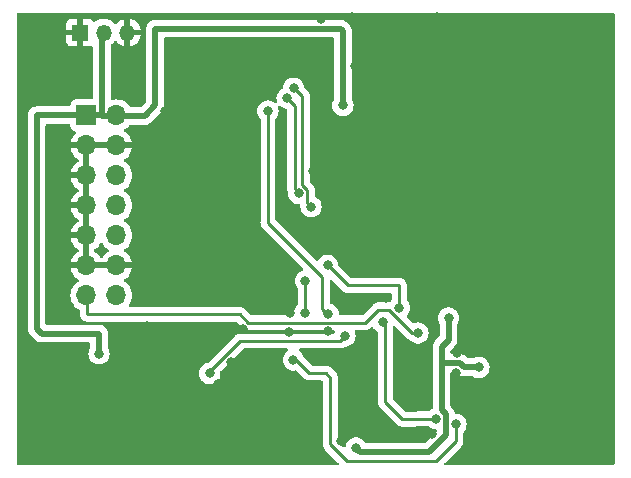
<source format=gbr>
%TF.GenerationSoftware,KiCad,Pcbnew,7.0.8*%
%TF.CreationDate,2024-04-14T12:45:35-04:00*%
%TF.ProjectId,tv desecrator,74762064-6573-4656-9372-61746f722e6b,rev?*%
%TF.SameCoordinates,Original*%
%TF.FileFunction,Copper,L2,Bot*%
%TF.FilePolarity,Positive*%
%FSLAX46Y46*%
G04 Gerber Fmt 4.6, Leading zero omitted, Abs format (unit mm)*
G04 Created by KiCad (PCBNEW 7.0.8) date 2024-04-14 12:45:35*
%MOMM*%
%LPD*%
G01*
G04 APERTURE LIST*
%TA.AperFunction,ComponentPad*%
%ADD10R,1.350000X1.350000*%
%TD*%
%TA.AperFunction,ComponentPad*%
%ADD11O,1.350000X1.350000*%
%TD*%
%TA.AperFunction,ComponentPad*%
%ADD12R,1.700000X1.700000*%
%TD*%
%TA.AperFunction,ComponentPad*%
%ADD13O,1.700000X1.700000*%
%TD*%
%TA.AperFunction,ViaPad*%
%ADD14C,0.800000*%
%TD*%
%TA.AperFunction,Conductor*%
%ADD15C,0.500000*%
%TD*%
%TA.AperFunction,Conductor*%
%ADD16C,0.250000*%
%TD*%
G04 APERTURE END LIST*
D10*
%TO.P,CN2,1,Pin_1*%
%TO.N,GND*%
X21342600Y-19939000D03*
D11*
%TO.P,CN2,2,Pin_2*%
%TO.N,+5V*%
X23342600Y-19939000D03*
%TO.P,CN2,3,Pin_3*%
%TO.N,GND*%
X25342600Y-19939000D03*
%TD*%
D12*
%TO.P,CN1,1,Pin_1*%
%TO.N,+5V*%
X21869400Y-26949400D03*
D13*
%TO.P,CN1,2,Pin_2*%
X24409400Y-26949400D03*
%TO.P,CN1,3,Pin_3*%
%TO.N,GND*%
X21869400Y-29489400D03*
%TO.P,CN1,4,Pin_4*%
X24409400Y-29489400D03*
%TO.P,CN1,5,Pin_5*%
X21869400Y-32029400D03*
%TO.P,CN1,6,Pin_6*%
%TO.N,SCART_RED*%
X24409400Y-32029400D03*
%TO.P,CN1,7,Pin_7*%
%TO.N,GND*%
X21869400Y-34569400D03*
%TO.P,CN1,8,Pin_8*%
%TO.N,SCART_GREEN*%
X24409400Y-34569400D03*
%TO.P,CN1,9,Pin_9*%
%TO.N,GND*%
X21869400Y-37109400D03*
%TO.P,CN1,10,Pin_10*%
%TO.N,SCART_BLUE*%
X24409400Y-37109400D03*
%TO.P,CN1,11,Pin_11*%
%TO.N,GND*%
X21869400Y-39649400D03*
%TO.P,CN1,12,Pin_12*%
X24409400Y-39649400D03*
%TO.P,CN1,13,Pin_13*%
%TO.N,RGB_IN_USE*%
X21869400Y-42189400D03*
%TO.P,CN1,14,Pin_14*%
%TO.N,SCART_BLANKING*%
X24409400Y-42189400D03*
%TD*%
D14*
%TO.N,GND*%
X19253200Y-52578000D03*
X17754600Y-48006000D03*
X56667400Y-55257100D03*
X59131200Y-46519500D03*
X54178200Y-19050000D03*
X48276448Y-47202152D03*
X21031200Y-54610000D03*
X38811200Y-55676800D03*
X47752000Y-31902400D03*
X19913600Y-39598600D03*
X28041600Y-31699200D03*
X50825400Y-49047400D03*
X56261000Y-40589200D03*
X53035200Y-38608000D03*
X31699200Y-47599600D03*
X36601400Y-47675800D03*
X34112200Y-47853600D03*
X65938400Y-55829200D03*
X19939000Y-32054800D03*
X62814200Y-36144200D03*
X60502800Y-25501600D03*
X43738800Y-47218600D03*
X56261000Y-41757600D03*
X44373800Y-18618200D03*
X62077600Y-40690800D03*
X62687200Y-48564800D03*
X21513800Y-47218600D03*
X62052200Y-41783000D03*
X44577000Y-43033500D03*
X59410600Y-33350200D03*
X39090600Y-43688000D03*
X58293000Y-24942800D03*
X62128400Y-53009800D03*
X30683200Y-42519600D03*
X51171390Y-53947969D03*
X43459400Y-54508400D03*
X26517600Y-52578000D03*
X45821600Y-39979600D03*
X30505400Y-27635200D03*
X53254899Y-47057299D03*
X28498800Y-33985200D03*
X31292800Y-45770800D03*
X23088600Y-38404800D03*
X37998400Y-41478200D03*
X53517800Y-56032400D03*
X50728795Y-46960997D03*
X31419800Y-35153600D03*
X28549600Y-26543000D03*
X57861200Y-28498800D03*
X33578800Y-52578000D03*
X39039800Y-45313600D03*
X25958800Y-49377600D03*
X19913600Y-34544000D03*
X47828200Y-28803600D03*
X46024800Y-46964600D03*
X42341800Y-45237400D03*
X17780000Y-55702200D03*
X56261000Y-43002200D03*
X65151000Y-27533600D03*
X19913600Y-29514800D03*
X51562000Y-18618200D03*
X62128400Y-44983400D03*
X22275500Y-51816000D03*
X41095050Y-31621318D03*
X35088895Y-45051220D03*
X47574200Y-18694400D03*
X47650400Y-20523200D03*
X44724500Y-34669679D03*
X56413400Y-44907200D03*
X26238200Y-39649400D03*
X34544000Y-40386000D03*
X50647600Y-22783800D03*
X47218600Y-42392600D03*
X59131200Y-43129200D03*
X25831800Y-23952200D03*
X41757600Y-18759300D03*
X66014600Y-53162200D03*
X53136800Y-48768000D03*
X60223400Y-28498800D03*
X33020000Y-49682400D03*
X45466000Y-38150800D03*
X26212800Y-29464000D03*
X36626800Y-51968400D03*
X26974800Y-44780200D03*
X62077600Y-43180000D03*
X50165000Y-42037000D03*
X28219400Y-37211000D03*
X28194000Y-54508400D03*
X47599600Y-22733000D03*
X59131200Y-40462200D03*
X54813200Y-41859200D03*
X35915600Y-29641800D03*
X51308000Y-39166800D03*
X39243000Y-51028600D03*
X55321200Y-27559000D03*
X56997600Y-32283400D03*
X18923000Y-23952200D03*
X56718200Y-47955200D03*
X58521600Y-48603500D03*
X30442500Y-29311240D03*
X19888200Y-37084000D03*
X44627800Y-22758400D03*
X41351200Y-37515800D03*
X47040800Y-34188400D03*
X36601400Y-49530000D03*
%TO.N,+5V*%
X55092600Y-48285400D03*
X52527200Y-44119800D03*
X22936200Y-47142400D03*
X43586400Y-26111200D03*
X44704000Y-55118000D03*
%TO.N,MICOM_BLANKING*%
X43752200Y-45643800D03*
X51460400Y-52628800D03*
X32313245Y-48805500D03*
X46958500Y-44483500D03*
%TO.N,RGB_IN_USE*%
X49936400Y-45389800D03*
X53159900Y-53111400D03*
X39395400Y-47661700D03*
%TO.N,RGB_SELECTED*%
X40411400Y-40970200D03*
X40335200Y-43713400D03*
%TO.N,MICOM_GREEN*%
X39852600Y-33553400D03*
X38868194Y-25488300D03*
%TO.N,MICOM_BLUE*%
X40882420Y-34691179D03*
X39411782Y-24649540D03*
%TO.N,{slash}MICOM_BLANKING*%
X48354008Y-43240009D03*
X42291000Y-39660700D03*
%TO.N,RGB_INHIBIT*%
X42341800Y-43776300D03*
X37236400Y-26593800D03*
%TD*%
D15*
%TO.N,GND*%
X21869400Y-37109400D02*
X21869400Y-39649400D01*
X21869400Y-39649400D02*
X24409400Y-39649400D01*
%TO.N,+5V*%
X23164800Y-26949400D02*
X23164800Y-20116800D01*
X55092600Y-48285400D02*
X53856282Y-48285400D01*
X51943000Y-48031400D02*
X51943000Y-46532800D01*
X21869400Y-26949400D02*
X22174200Y-26644600D01*
X17653000Y-45008800D02*
X17653000Y-26949400D01*
X51943000Y-46532800D02*
X52527200Y-45948600D01*
X52310400Y-52276718D02*
X51943000Y-51909318D01*
X27686000Y-26111200D02*
X27686000Y-19608800D01*
X43383200Y-19608800D02*
X43586400Y-19812000D01*
X53488882Y-47918000D02*
X52056400Y-47918000D01*
X23164800Y-26949400D02*
X23215600Y-27000200D01*
X17653000Y-26949400D02*
X21869400Y-26949400D01*
X22936200Y-47142400D02*
X22936200Y-45427000D01*
X18071200Y-45427000D02*
X17653000Y-45008800D01*
X21869400Y-26949400D02*
X23164800Y-26949400D01*
X52310400Y-54014000D02*
X52310400Y-52276718D01*
X26797000Y-27000200D02*
X27686000Y-26111200D01*
X27686000Y-19608800D02*
X43383200Y-19608800D01*
X52527200Y-45948600D02*
X52527200Y-44119800D01*
X52056400Y-47918000D02*
X51943000Y-48031400D01*
X22936200Y-45427000D02*
X18071200Y-45427000D01*
X44704000Y-55118000D02*
X45059600Y-55473600D01*
X45059600Y-55473600D02*
X50850800Y-55473600D01*
X51943000Y-51909318D02*
X51943000Y-48031400D01*
X53856282Y-48285400D02*
X53488882Y-47918000D01*
X43586400Y-19812000D02*
X43586400Y-26111200D01*
X23215600Y-27000200D02*
X26797000Y-27000200D01*
X23164800Y-20116800D02*
X23342600Y-19939000D01*
X50850800Y-55473600D02*
X52310400Y-54014000D01*
D16*
%TO.N,MICOM_BLANKING*%
X43345800Y-46050200D02*
X34890295Y-46050200D01*
X34890295Y-46050200D02*
X32313245Y-48627250D01*
X46958500Y-44483500D02*
X47167800Y-44692800D01*
X47167800Y-44692800D02*
X47167800Y-51231800D01*
X32313245Y-48627250D02*
X32313245Y-48805500D01*
X43752200Y-45643800D02*
X43345800Y-46050200D01*
X48615600Y-52679600D02*
X51460400Y-52628800D01*
X47167800Y-51231800D02*
X48615600Y-52679600D01*
%TO.N,RGB_IN_USE*%
X40741600Y-48768000D02*
X39635300Y-47661700D01*
X42519600Y-49149000D02*
X42138600Y-48768000D01*
X45487405Y-44500800D02*
X35563780Y-44500800D01*
X42138600Y-48768000D02*
X40741600Y-48768000D01*
X49911000Y-45364400D02*
X49453800Y-45364400D01*
X21932900Y-43776900D02*
X21932900Y-42125900D01*
X34852580Y-43789600D02*
X21945600Y-43789600D01*
X39635300Y-47661700D02*
X39395400Y-47661700D01*
X42519600Y-54787800D02*
X42519600Y-49149000D01*
X51472000Y-56198600D02*
X43930400Y-56198600D01*
X49453800Y-45364400D02*
X47498000Y-43408600D01*
X49936400Y-45389800D02*
X49911000Y-45364400D01*
X43930400Y-56198600D02*
X42519600Y-54787800D01*
X46579605Y-43408600D02*
X45487405Y-44500800D01*
X53159900Y-54510700D02*
X51472000Y-56198600D01*
X47498000Y-43408600D02*
X46579605Y-43408600D01*
X53159900Y-53111400D02*
X53159900Y-54510700D01*
X35563780Y-44500800D02*
X34852580Y-43789600D01*
X21945600Y-43789600D02*
X21932900Y-43776900D01*
%TO.N,RGB_SELECTED*%
X40335200Y-43713400D02*
X40411400Y-43637200D01*
X40411400Y-43637200D02*
X40411400Y-40970200D01*
%TO.N,MICOM_GREEN*%
X39497000Y-33197800D02*
X39852600Y-33553400D01*
X39497000Y-26117106D02*
X39497000Y-33197800D01*
X38868194Y-25488300D02*
X39497000Y-26117106D01*
%TO.N,MICOM_BLUE*%
X40152905Y-32828400D02*
X40152905Y-25333700D01*
X40577600Y-33253095D02*
X40152905Y-32828400D01*
X40152905Y-25333700D02*
X39468745Y-24649540D01*
X40577600Y-34386359D02*
X40577600Y-33253095D01*
X40882420Y-34691179D02*
X40577600Y-34386359D01*
X39468745Y-24649540D02*
X39411782Y-24649540D01*
%TO.N,{slash}MICOM_BLANKING*%
X48354008Y-41351200D02*
X43981500Y-41351200D01*
X43981500Y-41351200D02*
X42291000Y-39660700D01*
X48354008Y-43240009D02*
X48354008Y-41351200D01*
%TO.N,RGB_INHIBIT*%
X37236400Y-36042600D02*
X37236400Y-26593800D01*
X42341800Y-43776300D02*
X42226900Y-43776300D01*
X41833800Y-43383200D02*
X41833800Y-40640000D01*
X41833800Y-40640000D02*
X37236400Y-36042600D01*
X42226900Y-43776300D02*
X41833800Y-43383200D01*
%TD*%
%TA.AperFunction,Conductor*%
%TO.N,GND*%
G36*
X66541339Y-18282285D02*
G01*
X66587094Y-18335089D01*
X66598300Y-18386600D01*
X66598300Y-56441800D01*
X66578615Y-56508839D01*
X66525811Y-56554594D01*
X66474300Y-56565800D01*
X52288752Y-56565800D01*
X52221713Y-56546115D01*
X52175958Y-56493311D01*
X52166014Y-56424153D01*
X52195039Y-56360597D01*
X52201071Y-56354119D01*
X53543688Y-55011501D01*
X53555942Y-55001686D01*
X53555759Y-55001464D01*
X53561766Y-54996492D01*
X53561777Y-54996486D01*
X53592675Y-54963582D01*
X53609127Y-54946064D01*
X53619571Y-54935618D01*
X53630020Y-54925171D01*
X53634279Y-54919678D01*
X53638052Y-54915261D01*
X53669962Y-54881282D01*
X53679615Y-54863720D01*
X53690289Y-54847470D01*
X53702573Y-54831636D01*
X53721080Y-54788867D01*
X53723649Y-54783624D01*
X53746096Y-54742793D01*
X53746097Y-54742792D01*
X53751077Y-54723391D01*
X53757378Y-54704988D01*
X53765338Y-54686596D01*
X53772630Y-54640549D01*
X53773811Y-54634852D01*
X53785400Y-54589719D01*
X53785400Y-54569683D01*
X53786927Y-54550282D01*
X53790060Y-54530504D01*
X53785675Y-54484115D01*
X53785400Y-54478277D01*
X53785400Y-53810087D01*
X53805085Y-53743048D01*
X53817250Y-53727115D01*
X53838844Y-53703132D01*
X53892433Y-53643616D01*
X53987079Y-53479684D01*
X54045574Y-53299656D01*
X54065360Y-53111400D01*
X54045574Y-52923144D01*
X53987079Y-52743116D01*
X53892433Y-52579184D01*
X53765771Y-52438512D01*
X53765770Y-52438511D01*
X53612634Y-52327251D01*
X53612629Y-52327248D01*
X53439707Y-52250257D01*
X53439702Y-52250255D01*
X53293901Y-52219265D01*
X53254546Y-52210900D01*
X53168762Y-52210900D01*
X53101723Y-52191215D01*
X53055968Y-52138411D01*
X53051099Y-52126033D01*
X53050950Y-52125585D01*
X53047370Y-52109474D01*
X53047306Y-52109490D01*
X53045641Y-52102469D01*
X53045641Y-52102463D01*
X53036942Y-52078562D01*
X53019374Y-52030293D01*
X52995213Y-51957381D01*
X52992164Y-51950842D01*
X52992217Y-51950817D01*
X52988931Y-51944029D01*
X52988879Y-51944056D01*
X52985636Y-51937600D01*
X52943434Y-51873434D01*
X52903114Y-51808065D01*
X52898634Y-51802399D01*
X52898680Y-51802361D01*
X52893919Y-51796517D01*
X52893874Y-51796556D01*
X52889234Y-51791026D01*
X52833382Y-51738331D01*
X52729819Y-51634768D01*
X52696334Y-51573445D01*
X52693500Y-51547087D01*
X52693500Y-48792500D01*
X52713185Y-48725461D01*
X52765989Y-48679706D01*
X52817500Y-48668500D01*
X53126652Y-48668500D01*
X53193691Y-48688185D01*
X53214333Y-48704819D01*
X53280552Y-48771038D01*
X53292333Y-48784670D01*
X53306670Y-48803928D01*
X53306671Y-48803929D01*
X53306672Y-48803930D01*
X53308542Y-48805499D01*
X53346691Y-48837511D01*
X53350679Y-48841166D01*
X53356498Y-48846985D01*
X53356502Y-48846988D01*
X53356505Y-48846991D01*
X53382241Y-48867340D01*
X53441068Y-48916702D01*
X53441069Y-48916702D01*
X53441071Y-48916704D01*
X53447100Y-48920670D01*
X53447067Y-48920719D01*
X53453429Y-48924772D01*
X53453461Y-48924721D01*
X53459601Y-48928508D01*
X53459605Y-48928511D01*
X53491419Y-48943346D01*
X53529223Y-48960975D01*
X53594496Y-48993756D01*
X53597849Y-48995440D01*
X53597851Y-48995440D01*
X53604639Y-48997911D01*
X53604618Y-48997967D01*
X53611739Y-49000443D01*
X53611758Y-49000386D01*
X53618604Y-49002654D01*
X53618609Y-49002657D01*
X53618614Y-49002658D01*
X53618617Y-49002659D01*
X53664265Y-49012084D01*
X53693847Y-49018192D01*
X53768561Y-49035900D01*
X53768564Y-49035900D01*
X53768568Y-49035901D01*
X53775735Y-49036739D01*
X53775728Y-49036798D01*
X53783226Y-49037564D01*
X53783232Y-49037505D01*
X53790421Y-49038134D01*
X53790425Y-49038133D01*
X53790426Y-49038134D01*
X53867199Y-49035900D01*
X54553263Y-49035900D01*
X54620302Y-49055585D01*
X54626148Y-49059582D01*
X54639865Y-49069548D01*
X54639870Y-49069551D01*
X54812792Y-49146542D01*
X54812797Y-49146544D01*
X54997954Y-49185900D01*
X54997955Y-49185900D01*
X55187244Y-49185900D01*
X55187246Y-49185900D01*
X55372403Y-49146544D01*
X55545330Y-49069551D01*
X55698471Y-48958288D01*
X55825133Y-48817616D01*
X55919779Y-48653684D01*
X55978274Y-48473656D01*
X55998060Y-48285400D01*
X55978274Y-48097144D01*
X55919779Y-47917116D01*
X55825133Y-47753184D01*
X55698471Y-47612512D01*
X55698470Y-47612511D01*
X55545334Y-47501251D01*
X55545329Y-47501248D01*
X55372407Y-47424257D01*
X55372402Y-47424255D01*
X55226601Y-47393265D01*
X55187246Y-47384900D01*
X54997954Y-47384900D01*
X54965497Y-47391798D01*
X54812797Y-47424255D01*
X54812792Y-47424257D01*
X54639870Y-47501248D01*
X54639865Y-47501251D01*
X54626148Y-47511218D01*
X54560342Y-47534698D01*
X54553263Y-47534900D01*
X54218512Y-47534900D01*
X54151473Y-47515215D01*
X54130831Y-47498581D01*
X54064611Y-47432361D01*
X54052831Y-47418730D01*
X54045364Y-47408701D01*
X54038494Y-47399472D01*
X54021128Y-47384900D01*
X53998469Y-47365886D01*
X53994494Y-47362244D01*
X53991572Y-47359322D01*
X53988662Y-47356411D01*
X53962922Y-47336059D01*
X53912109Y-47293422D01*
X53904096Y-47286698D01*
X53904095Y-47286697D01*
X53904091Y-47286694D01*
X53898062Y-47282729D01*
X53898094Y-47282680D01*
X53891735Y-47278628D01*
X53891704Y-47278679D01*
X53885562Y-47274891D01*
X53885560Y-47274890D01*
X53885559Y-47274889D01*
X53846356Y-47256608D01*
X53815940Y-47242424D01*
X53781776Y-47225267D01*
X53747315Y-47207960D01*
X53747313Y-47207959D01*
X53747312Y-47207959D01*
X53740527Y-47205489D01*
X53740547Y-47205433D01*
X53733431Y-47202959D01*
X53733413Y-47203015D01*
X53726553Y-47200742D01*
X53698723Y-47194996D01*
X53651316Y-47185207D01*
X53602354Y-47173603D01*
X53576601Y-47167499D01*
X53569429Y-47166661D01*
X53569435Y-47166601D01*
X53561937Y-47165835D01*
X53561932Y-47165895D01*
X53554742Y-47165265D01*
X53477965Y-47167500D01*
X52817500Y-47167500D01*
X52750461Y-47147815D01*
X52704706Y-47095011D01*
X52693500Y-47043500D01*
X52693500Y-46895028D01*
X52713185Y-46827989D01*
X52729815Y-46807351D01*
X53012841Y-46524324D01*
X53026460Y-46512554D01*
X53045730Y-46498210D01*
X53079323Y-46458174D01*
X53082957Y-46454208D01*
X53088791Y-46448376D01*
X53109130Y-46422652D01*
X53158502Y-46363814D01*
X53158506Y-46363805D01*
X53162474Y-46357775D01*
X53162525Y-46357808D01*
X53166569Y-46351460D01*
X53166517Y-46351428D01*
X53170304Y-46345285D01*
X53170311Y-46345277D01*
X53202772Y-46275663D01*
X53237240Y-46207033D01*
X53237241Y-46207027D01*
X53239708Y-46200250D01*
X53239766Y-46200271D01*
X53242243Y-46193144D01*
X53242186Y-46193126D01*
X53244455Y-46186279D01*
X53244456Y-46186274D01*
X53244457Y-46186272D01*
X53259990Y-46111041D01*
X53277700Y-46036321D01*
X53277700Y-46036319D01*
X53278539Y-46029148D01*
X53278598Y-46029154D01*
X53279364Y-46021654D01*
X53279305Y-46021649D01*
X53279934Y-46014459D01*
X53279181Y-45988595D01*
X53277700Y-45937682D01*
X53277700Y-44654121D01*
X53294313Y-44592121D01*
X53354379Y-44488084D01*
X53412874Y-44308056D01*
X53432660Y-44119800D01*
X53412874Y-43931544D01*
X53354379Y-43751516D01*
X53259733Y-43587584D01*
X53133071Y-43446912D01*
X53107406Y-43428265D01*
X52979934Y-43335651D01*
X52979929Y-43335648D01*
X52807007Y-43258657D01*
X52807002Y-43258655D01*
X52652652Y-43225848D01*
X52621846Y-43219300D01*
X52432554Y-43219300D01*
X52401748Y-43225848D01*
X52247397Y-43258655D01*
X52247392Y-43258657D01*
X52074470Y-43335648D01*
X52074465Y-43335651D01*
X51921329Y-43446911D01*
X51794666Y-43587585D01*
X51700021Y-43751515D01*
X51700018Y-43751522D01*
X51641527Y-43931540D01*
X51641526Y-43931544D01*
X51621740Y-44119800D01*
X51641526Y-44308056D01*
X51641527Y-44308059D01*
X51700018Y-44488077D01*
X51700021Y-44488084D01*
X51760087Y-44592121D01*
X51776700Y-44654121D01*
X51776700Y-45586369D01*
X51757015Y-45653408D01*
X51740381Y-45674050D01*
X51457358Y-45957072D01*
X51443729Y-45968851D01*
X51424468Y-45983190D01*
X51390898Y-46023197D01*
X51387253Y-46027176D01*
X51381409Y-46033022D01*
X51361059Y-46058759D01*
X51311695Y-46117589D01*
X51307729Y-46123619D01*
X51307682Y-46123588D01*
X51303630Y-46129947D01*
X51303679Y-46129977D01*
X51299889Y-46136121D01*
X51267424Y-46205741D01*
X51232960Y-46274366D01*
X51230488Y-46281157D01*
X51230432Y-46281136D01*
X51227960Y-46288250D01*
X51228015Y-46288269D01*
X51225742Y-46295127D01*
X51217975Y-46332746D01*
X51210207Y-46370365D01*
X51197815Y-46422652D01*
X51192498Y-46445086D01*
X51191661Y-46452254D01*
X51191601Y-46452247D01*
X51190835Y-46459745D01*
X51190895Y-46459751D01*
X51190265Y-46466940D01*
X51192500Y-46543716D01*
X51192500Y-47942055D01*
X51190835Y-47958345D01*
X51190895Y-47958351D01*
X51190265Y-47965540D01*
X51192500Y-48042316D01*
X51192500Y-51681830D01*
X51172815Y-51748869D01*
X51120011Y-51794624D01*
X51118936Y-51795109D01*
X51007670Y-51844648D01*
X51007665Y-51844651D01*
X50854530Y-51955910D01*
X50854527Y-51955913D01*
X50837408Y-51974925D01*
X50777920Y-52011572D01*
X50747475Y-52015930D01*
X48922702Y-52048515D01*
X48855322Y-52030031D01*
X48832807Y-52012216D01*
X47829619Y-51009028D01*
X47796134Y-50947705D01*
X47793300Y-50921347D01*
X47793300Y-44887853D01*
X47812985Y-44820814D01*
X47865789Y-44775059D01*
X47934947Y-44765115D01*
X47998503Y-44794140D01*
X48004981Y-44800172D01*
X48952997Y-45748188D01*
X48962822Y-45760451D01*
X48963043Y-45760269D01*
X48968014Y-45766278D01*
X48994017Y-45790695D01*
X49018435Y-45813626D01*
X49039329Y-45834520D01*
X49044811Y-45838773D01*
X49049243Y-45842557D01*
X49083218Y-45874462D01*
X49100776Y-45884114D01*
X49117033Y-45894793D01*
X49132864Y-45907073D01*
X49175647Y-45925587D01*
X49180861Y-45928141D01*
X49198216Y-45937682D01*
X49218963Y-45949089D01*
X49251371Y-45974774D01*
X49330529Y-46062688D01*
X49335600Y-46066372D01*
X49483665Y-46173948D01*
X49483670Y-46173951D01*
X49656592Y-46250942D01*
X49656597Y-46250944D01*
X49841754Y-46290300D01*
X49841755Y-46290300D01*
X50031044Y-46290300D01*
X50031046Y-46290300D01*
X50216203Y-46250944D01*
X50389130Y-46173951D01*
X50542271Y-46062688D01*
X50668933Y-45922016D01*
X50763579Y-45758084D01*
X50822074Y-45578056D01*
X50841860Y-45389800D01*
X50822074Y-45201544D01*
X50763579Y-45021516D01*
X50668933Y-44857584D01*
X50542271Y-44716912D01*
X50521997Y-44702182D01*
X50389134Y-44605651D01*
X50389129Y-44605648D01*
X50216207Y-44528657D01*
X50216202Y-44528655D01*
X50070401Y-44497665D01*
X50031046Y-44489300D01*
X49841754Y-44489300D01*
X49802399Y-44497665D01*
X49656598Y-44528655D01*
X49656597Y-44528656D01*
X49627925Y-44541421D01*
X49558674Y-44550704D01*
X49495399Y-44521074D01*
X49489811Y-44515821D01*
X49008502Y-44034512D01*
X48975017Y-43973189D01*
X48980001Y-43903497D01*
X49004033Y-43863859D01*
X49011456Y-43855615D01*
X49086541Y-43772225D01*
X49181187Y-43608293D01*
X49239682Y-43428265D01*
X49259468Y-43240009D01*
X49239682Y-43051753D01*
X49181187Y-42871725D01*
X49086541Y-42707793D01*
X49011358Y-42624293D01*
X48981128Y-42561301D01*
X48979508Y-42541321D01*
X48979508Y-41422044D01*
X48981705Y-41398806D01*
X48983235Y-41390788D01*
X48979629Y-41333475D01*
X48979508Y-41329603D01*
X48979508Y-41311850D01*
X48977278Y-41294202D01*
X48976918Y-41290391D01*
X48973312Y-41233062D01*
X48970787Y-41225292D01*
X48965695Y-41202514D01*
X48964672Y-41194408D01*
X48943528Y-41141006D01*
X48942219Y-41137370D01*
X48924475Y-41082759D01*
X48920097Y-41075861D01*
X48909503Y-41055068D01*
X48906494Y-41047468D01*
X48872744Y-41001015D01*
X48870553Y-40997792D01*
X48839793Y-40949322D01*
X48833842Y-40943734D01*
X48818406Y-40926225D01*
X48813602Y-40919613D01*
X48813599Y-40919611D01*
X48813599Y-40919610D01*
X48769369Y-40883020D01*
X48766446Y-40880443D01*
X48724593Y-40841140D01*
X48724585Y-40841134D01*
X48717423Y-40837197D01*
X48698122Y-40824080D01*
X48691832Y-40818876D01*
X48639886Y-40794432D01*
X48636425Y-40792669D01*
X48586100Y-40765003D01*
X48586097Y-40765002D01*
X48586093Y-40765000D01*
X48578182Y-40762969D01*
X48556230Y-40755066D01*
X48548833Y-40751585D01*
X48548829Y-40751584D01*
X48492452Y-40740830D01*
X48488652Y-40739980D01*
X48433031Y-40725700D01*
X48433027Y-40725700D01*
X48424855Y-40725700D01*
X48401623Y-40723504D01*
X48393596Y-40721973D01*
X48393594Y-40721973D01*
X48384641Y-40722536D01*
X48336283Y-40725578D01*
X48332411Y-40725700D01*
X44291952Y-40725700D01*
X44224913Y-40706015D01*
X44204271Y-40689381D01*
X43229960Y-39715069D01*
X43196475Y-39653746D01*
X43194323Y-39640368D01*
X43176674Y-39472444D01*
X43118179Y-39292416D01*
X43023533Y-39128484D01*
X42896871Y-38987812D01*
X42864690Y-38964431D01*
X42743734Y-38876551D01*
X42743729Y-38876548D01*
X42570807Y-38799557D01*
X42570802Y-38799555D01*
X42425001Y-38768565D01*
X42385646Y-38760200D01*
X42196354Y-38760200D01*
X42163897Y-38767098D01*
X42011197Y-38799555D01*
X42011192Y-38799557D01*
X41838270Y-38876548D01*
X41838265Y-38876551D01*
X41685129Y-38987811D01*
X41558465Y-39128485D01*
X41510575Y-39211435D01*
X41460008Y-39259651D01*
X41391401Y-39272874D01*
X41326536Y-39246906D01*
X41315507Y-39237116D01*
X37898219Y-35819828D01*
X37864734Y-35758505D01*
X37861900Y-35732147D01*
X37861900Y-27292487D01*
X37881585Y-27225448D01*
X37893750Y-27209515D01*
X37912291Y-27188922D01*
X37968933Y-27126016D01*
X38063579Y-26962084D01*
X38122074Y-26782056D01*
X38141860Y-26593800D01*
X38122074Y-26405544D01*
X38092733Y-26315245D01*
X38090739Y-26245405D01*
X38126819Y-26185572D01*
X38189520Y-26154744D01*
X38258934Y-26162708D01*
X38283544Y-26176606D01*
X38387653Y-26252245D01*
X38415464Y-26272451D01*
X38588386Y-26349442D01*
X38588391Y-26349444D01*
X38773281Y-26388743D01*
X38834763Y-26421935D01*
X38868539Y-26483098D01*
X38871500Y-26510033D01*
X38871500Y-33115055D01*
X38869775Y-33130672D01*
X38870061Y-33130699D01*
X38869326Y-33138465D01*
X38871500Y-33207614D01*
X38871500Y-33237143D01*
X38871501Y-33237160D01*
X38872368Y-33244031D01*
X38872826Y-33249850D01*
X38874290Y-33296424D01*
X38874291Y-33296427D01*
X38879880Y-33315667D01*
X38883824Y-33334711D01*
X38886336Y-33354592D01*
X38902479Y-33395365D01*
X38903490Y-33397919D01*
X38905382Y-33403447D01*
X38918381Y-33448189D01*
X38928578Y-33465431D01*
X38937140Y-33482908D01*
X38939686Y-33489339D01*
X38947714Y-33547936D01*
X38947140Y-33553400D01*
X38966926Y-33741656D01*
X38966927Y-33741659D01*
X39025418Y-33921677D01*
X39025421Y-33921684D01*
X39120067Y-34085616D01*
X39186110Y-34158964D01*
X39246729Y-34226288D01*
X39399865Y-34337548D01*
X39399870Y-34337551D01*
X39572792Y-34414542D01*
X39572797Y-34414544D01*
X39757954Y-34453900D01*
X39757955Y-34453900D01*
X39847836Y-34453900D01*
X39914875Y-34473585D01*
X39960630Y-34526389D01*
X39964002Y-34535926D01*
X39964066Y-34535901D01*
X39975940Y-34565895D01*
X39983967Y-34624497D01*
X39976960Y-34691177D01*
X39976960Y-34691179D01*
X39996746Y-34879435D01*
X39996747Y-34879438D01*
X40055238Y-35059456D01*
X40055241Y-35059463D01*
X40149887Y-35223395D01*
X40171352Y-35247234D01*
X40276549Y-35364067D01*
X40429685Y-35475327D01*
X40429690Y-35475330D01*
X40602612Y-35552321D01*
X40602617Y-35552323D01*
X40787774Y-35591679D01*
X40787775Y-35591679D01*
X40977064Y-35591679D01*
X40977066Y-35591679D01*
X41162223Y-35552323D01*
X41335150Y-35475330D01*
X41488291Y-35364067D01*
X41614953Y-35223395D01*
X41709599Y-35059463D01*
X41768094Y-34879435D01*
X41787880Y-34691179D01*
X41768094Y-34502923D01*
X41709599Y-34322895D01*
X41614953Y-34158963D01*
X41488291Y-34018291D01*
X41488290Y-34018290D01*
X41335152Y-33907028D01*
X41276663Y-33880987D01*
X41223427Y-33835736D01*
X41203106Y-33768887D01*
X41203100Y-33767708D01*
X41203100Y-33335832D01*
X41204824Y-33320218D01*
X41204538Y-33320191D01*
X41205272Y-33312428D01*
X41203100Y-33243297D01*
X41203100Y-33213746D01*
X41203100Y-33213745D01*
X41202229Y-33206854D01*
X41201772Y-33201040D01*
X41200309Y-33154469D01*
X41200309Y-33154467D01*
X41194720Y-33135232D01*
X41190774Y-33116179D01*
X41190632Y-33115055D01*
X41188264Y-33096303D01*
X41171101Y-33052954D01*
X41169214Y-33047441D01*
X41156217Y-33002705D01*
X41156216Y-33002703D01*
X41146021Y-32985464D01*
X41137460Y-32967988D01*
X41130086Y-32949364D01*
X41130086Y-32949362D01*
X41120074Y-32935583D01*
X41102683Y-32911645D01*
X41099500Y-32906800D01*
X41075770Y-32866674D01*
X41075765Y-32866668D01*
X41061605Y-32852508D01*
X41048970Y-32837715D01*
X41037193Y-32821507D01*
X41001293Y-32791808D01*
X40996981Y-32787885D01*
X40814724Y-32605628D01*
X40781239Y-32544305D01*
X40778405Y-32517947D01*
X40778405Y-25416437D01*
X40780129Y-25400823D01*
X40779843Y-25400796D01*
X40780577Y-25393033D01*
X40778405Y-25323902D01*
X40778405Y-25294351D01*
X40778405Y-25294350D01*
X40777534Y-25287459D01*
X40777077Y-25281645D01*
X40775614Y-25235074D01*
X40775614Y-25235072D01*
X40770025Y-25215837D01*
X40766079Y-25196784D01*
X40763569Y-25176908D01*
X40746406Y-25133559D01*
X40744519Y-25128046D01*
X40731522Y-25083310D01*
X40731521Y-25083308D01*
X40721326Y-25066069D01*
X40712765Y-25048593D01*
X40705391Y-25029969D01*
X40705391Y-25029967D01*
X40695379Y-25016188D01*
X40677988Y-24992250D01*
X40674805Y-24987405D01*
X40651075Y-24947279D01*
X40651070Y-24947273D01*
X40636910Y-24933113D01*
X40624275Y-24918320D01*
X40612498Y-24902112D01*
X40576598Y-24872413D01*
X40572286Y-24868490D01*
X40344052Y-24640256D01*
X40310567Y-24578933D01*
X40308412Y-24565535D01*
X40297456Y-24461285D01*
X40297454Y-24461280D01*
X40238961Y-24281256D01*
X40144315Y-24117324D01*
X40017653Y-23976652D01*
X40017652Y-23976651D01*
X39864516Y-23865391D01*
X39864511Y-23865388D01*
X39691589Y-23788397D01*
X39691584Y-23788395D01*
X39545783Y-23757405D01*
X39506428Y-23749040D01*
X39317136Y-23749040D01*
X39284679Y-23755938D01*
X39131979Y-23788395D01*
X39131974Y-23788397D01*
X38959052Y-23865388D01*
X38959047Y-23865391D01*
X38805911Y-23976651D01*
X38679248Y-24117325D01*
X38584603Y-24281255D01*
X38584600Y-24281262D01*
X38526109Y-24461280D01*
X38526108Y-24461284D01*
X38526108Y-24461285D01*
X38512244Y-24593192D01*
X38485659Y-24657807D01*
X38439361Y-24693508D01*
X38415464Y-24704148D01*
X38262323Y-24815411D01*
X38135660Y-24956085D01*
X38041015Y-25120015D01*
X38041012Y-25120022D01*
X37982521Y-25300040D01*
X37982520Y-25300044D01*
X37962734Y-25488300D01*
X37982520Y-25676556D01*
X37982521Y-25676559D01*
X38011859Y-25766853D01*
X38013854Y-25836694D01*
X37977773Y-25896527D01*
X37915072Y-25927355D01*
X37845658Y-25919390D01*
X37821043Y-25905489D01*
X37689134Y-25809651D01*
X37689129Y-25809648D01*
X37516207Y-25732657D01*
X37516202Y-25732655D01*
X37370401Y-25701665D01*
X37331046Y-25693300D01*
X37141754Y-25693300D01*
X37109297Y-25700198D01*
X36956597Y-25732655D01*
X36956592Y-25732657D01*
X36783670Y-25809648D01*
X36783665Y-25809651D01*
X36630529Y-25920911D01*
X36503866Y-26061585D01*
X36409221Y-26225515D01*
X36409218Y-26225522D01*
X36350727Y-26405540D01*
X36350726Y-26405544D01*
X36330940Y-26593800D01*
X36350726Y-26782056D01*
X36350727Y-26782059D01*
X36409218Y-26962077D01*
X36409221Y-26962084D01*
X36503867Y-27126016D01*
X36547172Y-27174110D01*
X36579050Y-27209515D01*
X36609280Y-27272506D01*
X36610900Y-27292487D01*
X36610900Y-35959855D01*
X36609175Y-35975472D01*
X36609461Y-35975499D01*
X36608726Y-35983265D01*
X36610900Y-36052414D01*
X36610900Y-36081943D01*
X36610901Y-36081960D01*
X36611768Y-36088831D01*
X36612226Y-36094650D01*
X36613690Y-36141224D01*
X36613691Y-36141227D01*
X36619280Y-36160467D01*
X36623224Y-36179511D01*
X36625736Y-36199392D01*
X36641021Y-36237999D01*
X36642890Y-36242719D01*
X36644782Y-36248247D01*
X36657781Y-36292988D01*
X36667980Y-36310234D01*
X36676538Y-36327703D01*
X36683914Y-36346332D01*
X36711298Y-36384023D01*
X36714506Y-36388907D01*
X36738227Y-36429016D01*
X36738233Y-36429024D01*
X36752390Y-36443180D01*
X36765028Y-36457976D01*
X36776805Y-36474186D01*
X36776806Y-36474187D01*
X36812709Y-36503888D01*
X36817020Y-36507810D01*
X39437693Y-39128484D01*
X40206524Y-39897315D01*
X40240009Y-39958638D01*
X40235025Y-40028330D01*
X40193153Y-40084263D01*
X40144629Y-40106285D01*
X40131599Y-40109055D01*
X40131592Y-40109057D01*
X39958670Y-40186048D01*
X39958665Y-40186051D01*
X39805529Y-40297311D01*
X39678866Y-40437985D01*
X39584221Y-40601915D01*
X39584218Y-40601922D01*
X39531891Y-40762969D01*
X39525726Y-40781944D01*
X39505940Y-40970200D01*
X39525726Y-41158456D01*
X39525727Y-41158459D01*
X39584218Y-41338477D01*
X39584221Y-41338484D01*
X39678867Y-41502416D01*
X39697270Y-41522854D01*
X39754050Y-41585915D01*
X39784280Y-41648906D01*
X39785900Y-41668887D01*
X39785900Y-42936229D01*
X39766215Y-43003268D01*
X39734790Y-43036543D01*
X39729334Y-43040506D01*
X39729328Y-43040512D01*
X39602666Y-43181185D01*
X39508021Y-43345115D01*
X39508018Y-43345122D01*
X39454306Y-43510433D01*
X39449526Y-43525144D01*
X39442916Y-43588040D01*
X39429740Y-43713400D01*
X39432361Y-43738340D01*
X39419791Y-43807070D01*
X39372058Y-43858093D01*
X39309040Y-43875300D01*
X35874232Y-43875300D01*
X35807193Y-43855615D01*
X35786551Y-43838981D01*
X35581160Y-43633590D01*
X35353383Y-43405812D01*
X35343560Y-43393550D01*
X35343339Y-43393734D01*
X35338366Y-43387723D01*
X35312499Y-43363432D01*
X35287944Y-43340373D01*
X35277499Y-43329928D01*
X35267055Y-43319483D01*
X35261566Y-43315225D01*
X35257141Y-43311447D01*
X35223162Y-43279538D01*
X35223160Y-43279536D01*
X35223157Y-43279535D01*
X35205609Y-43269888D01*
X35189343Y-43259204D01*
X35188637Y-43258656D01*
X35173516Y-43246927D01*
X35173515Y-43246926D01*
X35173513Y-43246925D01*
X35130748Y-43228418D01*
X35125502Y-43225848D01*
X35084673Y-43203403D01*
X35084672Y-43203402D01*
X35065273Y-43198422D01*
X35046861Y-43192118D01*
X35028478Y-43184162D01*
X35028472Y-43184160D01*
X34982454Y-43176872D01*
X34976732Y-43175687D01*
X34931601Y-43164100D01*
X34931599Y-43164100D01*
X34911564Y-43164100D01*
X34892166Y-43162573D01*
X34884742Y-43161397D01*
X34872385Y-43159440D01*
X34872384Y-43159440D01*
X34825996Y-43163825D01*
X34820158Y-43164100D01*
X25613766Y-43164100D01*
X25546727Y-43144415D01*
X25500972Y-43091611D01*
X25491028Y-43022453D01*
X25512190Y-42968978D01*
X25583435Y-42867230D01*
X25683303Y-42653063D01*
X25744463Y-42424808D01*
X25765059Y-42189400D01*
X25744463Y-41953992D01*
X25683303Y-41725737D01*
X25583435Y-41511571D01*
X25577825Y-41503558D01*
X25447894Y-41317997D01*
X25280802Y-41150906D01*
X25280801Y-41150905D01*
X25094805Y-41020669D01*
X25051181Y-40966092D01*
X25043988Y-40896593D01*
X25075510Y-40834239D01*
X25094805Y-40817519D01*
X25280482Y-40687505D01*
X25447505Y-40520482D01*
X25583000Y-40326978D01*
X25682829Y-40112892D01*
X25682832Y-40112886D01*
X25740036Y-39899400D01*
X24843086Y-39899400D01*
X24868893Y-39859244D01*
X24909400Y-39721289D01*
X24909400Y-39577511D01*
X24868893Y-39439556D01*
X24843086Y-39399400D01*
X25740036Y-39399400D01*
X25740035Y-39399399D01*
X25682832Y-39185913D01*
X25682829Y-39185907D01*
X25583000Y-38971822D01*
X25582999Y-38971820D01*
X25447513Y-38778326D01*
X25447508Y-38778320D01*
X25280478Y-38611290D01*
X25094805Y-38481279D01*
X25051180Y-38426702D01*
X25043988Y-38357204D01*
X25075510Y-38294849D01*
X25094806Y-38278130D01*
X25095242Y-38277825D01*
X25280801Y-38147895D01*
X25447895Y-37980801D01*
X25583435Y-37787230D01*
X25683303Y-37573063D01*
X25744463Y-37344808D01*
X25765059Y-37109400D01*
X25744463Y-36873992D01*
X25683303Y-36645737D01*
X25583435Y-36431571D01*
X25578131Y-36423995D01*
X25447894Y-36237997D01*
X25280802Y-36070906D01*
X25280796Y-36070901D01*
X25095242Y-35940975D01*
X25051617Y-35886398D01*
X25044423Y-35816900D01*
X25075946Y-35754545D01*
X25095242Y-35737825D01*
X25117426Y-35722291D01*
X25280801Y-35607895D01*
X25447895Y-35440801D01*
X25583435Y-35247230D01*
X25683303Y-35033063D01*
X25744463Y-34804808D01*
X25765059Y-34569400D01*
X25744463Y-34333992D01*
X25683303Y-34105737D01*
X25583435Y-33891571D01*
X25578131Y-33883995D01*
X25447894Y-33697997D01*
X25280802Y-33530906D01*
X25280796Y-33530901D01*
X25095242Y-33400975D01*
X25051617Y-33346398D01*
X25044423Y-33276900D01*
X25075946Y-33214545D01*
X25095242Y-33197825D01*
X25117426Y-33182291D01*
X25280801Y-33067895D01*
X25447895Y-32900801D01*
X25583435Y-32707230D01*
X25683303Y-32493063D01*
X25744463Y-32264808D01*
X25765059Y-32029400D01*
X25744463Y-31793992D01*
X25683303Y-31565737D01*
X25583435Y-31351571D01*
X25578131Y-31343995D01*
X25447894Y-31157997D01*
X25280802Y-30990906D01*
X25280801Y-30990905D01*
X25094805Y-30860669D01*
X25051181Y-30806092D01*
X25043988Y-30736593D01*
X25075510Y-30674239D01*
X25094805Y-30657519D01*
X25280482Y-30527505D01*
X25447505Y-30360482D01*
X25583000Y-30166978D01*
X25682829Y-29952892D01*
X25682832Y-29952886D01*
X25740036Y-29739400D01*
X24843086Y-29739400D01*
X24868893Y-29699244D01*
X24909400Y-29561289D01*
X24909400Y-29417511D01*
X24868893Y-29279556D01*
X24843086Y-29239400D01*
X25740036Y-29239400D01*
X25740035Y-29239399D01*
X25682832Y-29025913D01*
X25682829Y-29025907D01*
X25583000Y-28811822D01*
X25582999Y-28811820D01*
X25447513Y-28618326D01*
X25447508Y-28618320D01*
X25280478Y-28451290D01*
X25094805Y-28321279D01*
X25051180Y-28266702D01*
X25043988Y-28197204D01*
X25075510Y-28134849D01*
X25094806Y-28118130D01*
X25280801Y-27987895D01*
X25447895Y-27820801D01*
X25459957Y-27803576D01*
X25514534Y-27759951D01*
X25561531Y-27750700D01*
X26733295Y-27750700D01*
X26751265Y-27752009D01*
X26775023Y-27755489D01*
X26827068Y-27750935D01*
X26832470Y-27750700D01*
X26840704Y-27750700D01*
X26840709Y-27750700D01*
X26852327Y-27749341D01*
X26873276Y-27746893D01*
X26886028Y-27745777D01*
X26949797Y-27740199D01*
X26949805Y-27740196D01*
X26956866Y-27738739D01*
X26956878Y-27738798D01*
X26964243Y-27737165D01*
X26964229Y-27737106D01*
X26971246Y-27735441D01*
X26971255Y-27735441D01*
X27043423Y-27709174D01*
X27116334Y-27685014D01*
X27116343Y-27685007D01*
X27122882Y-27681960D01*
X27122908Y-27682016D01*
X27129690Y-27678732D01*
X27129663Y-27678678D01*
X27136106Y-27675440D01*
X27136117Y-27675437D01*
X27200283Y-27633234D01*
X27265656Y-27592912D01*
X27265662Y-27592905D01*
X27271325Y-27588429D01*
X27271363Y-27588477D01*
X27277200Y-27583722D01*
X27277161Y-27583675D01*
X27282696Y-27579030D01*
X27335385Y-27523183D01*
X27932809Y-26925758D01*
X28171642Y-26686924D01*
X28185271Y-26675147D01*
X28190503Y-26671252D01*
X28204530Y-26660810D01*
X28238101Y-26620801D01*
X28241761Y-26616806D01*
X28247590Y-26610978D01*
X28267941Y-26585239D01*
X28273948Y-26578079D01*
X28317302Y-26526414D01*
X28317306Y-26526405D01*
X28321274Y-26520375D01*
X28321325Y-26520408D01*
X28325372Y-26514056D01*
X28325320Y-26514024D01*
X28329112Y-26507875D01*
X28361575Y-26438258D01*
X28386442Y-26388743D01*
X28396040Y-26369633D01*
X28396042Y-26369621D01*
X28398509Y-26362846D01*
X28398567Y-26362867D01*
X28401043Y-26355746D01*
X28400986Y-26355728D01*
X28403257Y-26348873D01*
X28418792Y-26273634D01*
X28430195Y-26225522D01*
X28436500Y-26198921D01*
X28436500Y-26198910D01*
X28437338Y-26191748D01*
X28437398Y-26191755D01*
X28438164Y-26184255D01*
X28438105Y-26184250D01*
X28438734Y-26177060D01*
X28436500Y-26100282D01*
X28436500Y-20483300D01*
X28456185Y-20416261D01*
X28508989Y-20370506D01*
X28560500Y-20359300D01*
X42711900Y-20359300D01*
X42778939Y-20378985D01*
X42824694Y-20431789D01*
X42835900Y-20483300D01*
X42835900Y-25576877D01*
X42819287Y-25638877D01*
X42759221Y-25742914D01*
X42701386Y-25920912D01*
X42700726Y-25922944D01*
X42680940Y-26111200D01*
X42700726Y-26299456D01*
X42700727Y-26299459D01*
X42759218Y-26479477D01*
X42759221Y-26479484D01*
X42853867Y-26643416D01*
X42978699Y-26782056D01*
X42980529Y-26784088D01*
X43133665Y-26895348D01*
X43133670Y-26895351D01*
X43306592Y-26972342D01*
X43306597Y-26972344D01*
X43491754Y-27011700D01*
X43491755Y-27011700D01*
X43681044Y-27011700D01*
X43681046Y-27011700D01*
X43866203Y-26972344D01*
X44039130Y-26895351D01*
X44192271Y-26784088D01*
X44318933Y-26643416D01*
X44413579Y-26479484D01*
X44472074Y-26299456D01*
X44491860Y-26111200D01*
X44472074Y-25922944D01*
X44413579Y-25742916D01*
X44413578Y-25742914D01*
X44353513Y-25638877D01*
X44336900Y-25576877D01*
X44336900Y-19875705D01*
X44338209Y-19857735D01*
X44341689Y-19833974D01*
X44337136Y-19781939D01*
X44336900Y-19776532D01*
X44336900Y-19768296D01*
X44336900Y-19768291D01*
X44333091Y-19735705D01*
X44326398Y-19659203D01*
X44326395Y-19659194D01*
X44324938Y-19652135D01*
X44324998Y-19652122D01*
X44323365Y-19644757D01*
X44323306Y-19644772D01*
X44321641Y-19637749D01*
X44321641Y-19637745D01*
X44295371Y-19565568D01*
X44291483Y-19553835D01*
X44271216Y-19492670D01*
X44268161Y-19486118D01*
X44268215Y-19486092D01*
X44264933Y-19479312D01*
X44264880Y-19479340D01*
X44261638Y-19472886D01*
X44261637Y-19472883D01*
X44219438Y-19408723D01*
X44179112Y-19343344D01*
X44179111Y-19343343D01*
X44179110Y-19343341D01*
X44174634Y-19337681D01*
X44174680Y-19337643D01*
X44169919Y-19331799D01*
X44169874Y-19331838D01*
X44165234Y-19326308D01*
X44109382Y-19273613D01*
X44003061Y-19167293D01*
X43958922Y-19123154D01*
X43947149Y-19109530D01*
X43939682Y-19099501D01*
X43932812Y-19090272D01*
X43895770Y-19059190D01*
X43892787Y-19056686D01*
X43888812Y-19053044D01*
X43885890Y-19050122D01*
X43882980Y-19047211D01*
X43857240Y-19026859D01*
X43798409Y-18977494D01*
X43792380Y-18973529D01*
X43792412Y-18973480D01*
X43786053Y-18969428D01*
X43786022Y-18969479D01*
X43779880Y-18965691D01*
X43779878Y-18965690D01*
X43779877Y-18965689D01*
X43736979Y-18945685D01*
X43710258Y-18933224D01*
X43667289Y-18911645D01*
X43641633Y-18898760D01*
X43641631Y-18898759D01*
X43641630Y-18898759D01*
X43634845Y-18896289D01*
X43634865Y-18896233D01*
X43627749Y-18893759D01*
X43627731Y-18893815D01*
X43620871Y-18891542D01*
X43588871Y-18884935D01*
X43545634Y-18876007D01*
X43496672Y-18864403D01*
X43470919Y-18858299D01*
X43463747Y-18857461D01*
X43463753Y-18857401D01*
X43456255Y-18856635D01*
X43456250Y-18856695D01*
X43449060Y-18856065D01*
X43372283Y-18858300D01*
X27709641Y-18858300D01*
X27706040Y-18858195D01*
X27642065Y-18854469D01*
X27642062Y-18854469D01*
X27578943Y-18865598D01*
X27575375Y-18866121D01*
X27511750Y-18873558D01*
X27511743Y-18873559D01*
X27501201Y-18877396D01*
X27480335Y-18882986D01*
X27469297Y-18884932D01*
X27469285Y-18884936D01*
X27410450Y-18910314D01*
X27407100Y-18911645D01*
X27346885Y-18933561D01*
X27346881Y-18933563D01*
X27337502Y-18939731D01*
X27318498Y-18949977D01*
X27308204Y-18954418D01*
X27308189Y-18954426D01*
X27256794Y-18992689D01*
X27253841Y-18994757D01*
X27200306Y-19029968D01*
X27200304Y-19029969D01*
X27200304Y-19029970D01*
X27192846Y-19037875D01*
X27192606Y-19038129D01*
X27176469Y-19052489D01*
X27167470Y-19059188D01*
X27126274Y-19108283D01*
X27123878Y-19110976D01*
X27079905Y-19157584D01*
X27074300Y-19167293D01*
X27061909Y-19184991D01*
X27054699Y-19193583D01*
X27025940Y-19250847D01*
X27024229Y-19254020D01*
X26992188Y-19309517D01*
X26992187Y-19309519D01*
X26988968Y-19320270D01*
X26980996Y-19340337D01*
X26975960Y-19350365D01*
X26975959Y-19350369D01*
X26961182Y-19412712D01*
X26960249Y-19416193D01*
X26941869Y-19477592D01*
X26941217Y-19488790D01*
X26938087Y-19510161D01*
X26935500Y-19521079D01*
X26935500Y-19585158D01*
X26935395Y-19588763D01*
X26931669Y-19652734D01*
X26931669Y-19652735D01*
X26933616Y-19663777D01*
X26935500Y-19685309D01*
X26935500Y-25748970D01*
X26915815Y-25816009D01*
X26899181Y-25836651D01*
X26522451Y-26213381D01*
X26461128Y-26246866D01*
X26434770Y-26249700D01*
X25632671Y-26249700D01*
X25565632Y-26230015D01*
X25531096Y-26196823D01*
X25527547Y-26191755D01*
X25447895Y-26077999D01*
X25447894Y-26077997D01*
X25280802Y-25910906D01*
X25280795Y-25910901D01*
X25087234Y-25775367D01*
X25087230Y-25775365D01*
X25017643Y-25742916D01*
X24873063Y-25675497D01*
X24873059Y-25675496D01*
X24873055Y-25675494D01*
X24644813Y-25614338D01*
X24644803Y-25614336D01*
X24409401Y-25593741D01*
X24409399Y-25593741D01*
X24173996Y-25614336D01*
X24173983Y-25614339D01*
X24071392Y-25641827D01*
X24001542Y-25640164D01*
X23943680Y-25601000D01*
X23916177Y-25536772D01*
X23915300Y-25522052D01*
X23915300Y-21036053D01*
X23934985Y-20969014D01*
X23974020Y-20930628D01*
X24054032Y-20881088D01*
X24215027Y-20734322D01*
X24243959Y-20696009D01*
X24300065Y-20654373D01*
X24369777Y-20649680D01*
X24430960Y-20683421D01*
X24441867Y-20696009D01*
X24470542Y-20733981D01*
X24470549Y-20733989D01*
X24631468Y-20880685D01*
X24816612Y-20995322D01*
X24816623Y-20995327D01*
X25019660Y-21073984D01*
X25092600Y-21087619D01*
X25092600Y-20254686D01*
X25104555Y-20266641D01*
X25217452Y-20324165D01*
X25311119Y-20339000D01*
X25374081Y-20339000D01*
X25467748Y-20324165D01*
X25580645Y-20266641D01*
X25592600Y-20254686D01*
X25592600Y-21087619D01*
X25665539Y-21073984D01*
X25868576Y-20995327D01*
X25868587Y-20995322D01*
X26053730Y-20880685D01*
X26053731Y-20880685D01*
X26214654Y-20733985D01*
X26345884Y-20560208D01*
X26442948Y-20365280D01*
X26493105Y-20189000D01*
X25658286Y-20189000D01*
X25670241Y-20177045D01*
X25727765Y-20064148D01*
X25747586Y-19939000D01*
X25727765Y-19813852D01*
X25670241Y-19700955D01*
X25658286Y-19689000D01*
X26493105Y-19689000D01*
X26493105Y-19688999D01*
X26442948Y-19512719D01*
X26345884Y-19317791D01*
X26214654Y-19144014D01*
X26053731Y-18997314D01*
X25868587Y-18882677D01*
X25868585Y-18882676D01*
X25665531Y-18804013D01*
X25665521Y-18804010D01*
X25592601Y-18790378D01*
X25592600Y-18790379D01*
X25592600Y-19623314D01*
X25580645Y-19611359D01*
X25467748Y-19553835D01*
X25374081Y-19539000D01*
X25311119Y-19539000D01*
X25217452Y-19553835D01*
X25104555Y-19611359D01*
X25092600Y-19623314D01*
X25092600Y-18790379D01*
X25092598Y-18790378D01*
X25019678Y-18804010D01*
X25019668Y-18804013D01*
X24816614Y-18882676D01*
X24816612Y-18882677D01*
X24631469Y-18997314D01*
X24631468Y-18997314D01*
X24470545Y-19144014D01*
X24441867Y-19181990D01*
X24385757Y-19223626D01*
X24316045Y-19228317D01*
X24254864Y-19194575D01*
X24243959Y-19181990D01*
X24225527Y-19157582D01*
X24215027Y-19143678D01*
X24185512Y-19116772D01*
X24054033Y-18996913D01*
X24054023Y-18996906D01*
X23868813Y-18882229D01*
X23868807Y-18882226D01*
X23783713Y-18849260D01*
X23665669Y-18803530D01*
X23451526Y-18763500D01*
X23233674Y-18763500D01*
X23019531Y-18803530D01*
X22975353Y-18820645D01*
X22816392Y-18882226D01*
X22816386Y-18882229D01*
X22631165Y-18996913D01*
X22619814Y-19007261D01*
X22557008Y-19037875D01*
X22487621Y-19029674D01*
X22437014Y-18989932D01*
X22374787Y-18906809D01*
X22259693Y-18820649D01*
X22259686Y-18820645D01*
X22124979Y-18770403D01*
X22124972Y-18770401D01*
X22065444Y-18764000D01*
X21592600Y-18764000D01*
X21592600Y-19623314D01*
X21580645Y-19611359D01*
X21467748Y-19553835D01*
X21374081Y-19539000D01*
X21311119Y-19539000D01*
X21217452Y-19553835D01*
X21104555Y-19611359D01*
X21092600Y-19623314D01*
X21092600Y-18764000D01*
X20619755Y-18764000D01*
X20560227Y-18770401D01*
X20560220Y-18770403D01*
X20425513Y-18820645D01*
X20425506Y-18820649D01*
X20310412Y-18906809D01*
X20310409Y-18906812D01*
X20224249Y-19021906D01*
X20224245Y-19021913D01*
X20174003Y-19156620D01*
X20174001Y-19156627D01*
X20167600Y-19216155D01*
X20167600Y-19689000D01*
X21026914Y-19689000D01*
X21014959Y-19700955D01*
X20957435Y-19813852D01*
X20937614Y-19939000D01*
X20957435Y-20064148D01*
X21014959Y-20177045D01*
X21026914Y-20189000D01*
X20167600Y-20189000D01*
X20167600Y-20661844D01*
X20174001Y-20721372D01*
X20174003Y-20721379D01*
X20224245Y-20856086D01*
X20224249Y-20856093D01*
X20310409Y-20971187D01*
X20310412Y-20971190D01*
X20425506Y-21057350D01*
X20425513Y-21057354D01*
X20560220Y-21107596D01*
X20560227Y-21107598D01*
X20619755Y-21113999D01*
X20619772Y-21114000D01*
X21092600Y-21114000D01*
X21092600Y-20254686D01*
X21104555Y-20266641D01*
X21217452Y-20324165D01*
X21311119Y-20339000D01*
X21374081Y-20339000D01*
X21467748Y-20324165D01*
X21580645Y-20266641D01*
X21592600Y-20254686D01*
X21592600Y-21114000D01*
X22065428Y-21114000D01*
X22065444Y-21113999D01*
X22124972Y-21107598D01*
X22124979Y-21107596D01*
X22246967Y-21062098D01*
X22316658Y-21057114D01*
X22377981Y-21090599D01*
X22411466Y-21151922D01*
X22414300Y-21178280D01*
X22414300Y-25474900D01*
X22394615Y-25541939D01*
X22341811Y-25587694D01*
X22290300Y-25598900D01*
X20971529Y-25598900D01*
X20971523Y-25598901D01*
X20911916Y-25605308D01*
X20777071Y-25655602D01*
X20777064Y-25655606D01*
X20661855Y-25741852D01*
X20661852Y-25741855D01*
X20575606Y-25857064D01*
X20575602Y-25857071D01*
X20525308Y-25991917D01*
X20518901Y-26051516D01*
X20518900Y-26051535D01*
X20518900Y-26074900D01*
X20499215Y-26141939D01*
X20446411Y-26187694D01*
X20394900Y-26198900D01*
X17676641Y-26198900D01*
X17673040Y-26198795D01*
X17609065Y-26195069D01*
X17609062Y-26195069D01*
X17545943Y-26206198D01*
X17542375Y-26206721D01*
X17478750Y-26214158D01*
X17478743Y-26214159D01*
X17468201Y-26217996D01*
X17447335Y-26223586D01*
X17436297Y-26225532D01*
X17436285Y-26225536D01*
X17377450Y-26250914D01*
X17374100Y-26252245D01*
X17313885Y-26274161D01*
X17313881Y-26274163D01*
X17304502Y-26280331D01*
X17285498Y-26290577D01*
X17275204Y-26295018D01*
X17275189Y-26295026D01*
X17223794Y-26333289D01*
X17220841Y-26335357D01*
X17167306Y-26370568D01*
X17159606Y-26378729D01*
X17143469Y-26393089D01*
X17134470Y-26399788D01*
X17093274Y-26448883D01*
X17090878Y-26451576D01*
X17046905Y-26498184D01*
X17041300Y-26507893D01*
X17028909Y-26525591D01*
X17021699Y-26534183D01*
X16992940Y-26591447D01*
X16991229Y-26594620D01*
X16959188Y-26650117D01*
X16959187Y-26650119D01*
X16955968Y-26660870D01*
X16947996Y-26680937D01*
X16942960Y-26690965D01*
X16942959Y-26690969D01*
X16928182Y-26753312D01*
X16927249Y-26756793D01*
X16908869Y-26818192D01*
X16908217Y-26829390D01*
X16905087Y-26850761D01*
X16902500Y-26861679D01*
X16902500Y-26925758D01*
X16902395Y-26929363D01*
X16898669Y-26993334D01*
X16898669Y-26993335D01*
X16900616Y-27004377D01*
X16902500Y-27025909D01*
X16902500Y-44945094D01*
X16901191Y-44963063D01*
X16897710Y-44986825D01*
X16902264Y-45038864D01*
X16902500Y-45044270D01*
X16902500Y-45052509D01*
X16906306Y-45085074D01*
X16913000Y-45161591D01*
X16914461Y-45168667D01*
X16914403Y-45168678D01*
X16916034Y-45176037D01*
X16916092Y-45176024D01*
X16917757Y-45183050D01*
X16944025Y-45255224D01*
X16968185Y-45328131D01*
X16971236Y-45334674D01*
X16971182Y-45334698D01*
X16974470Y-45341488D01*
X16974521Y-45341463D01*
X16977761Y-45347913D01*
X16977762Y-45347914D01*
X16977763Y-45347917D01*
X17009844Y-45396694D01*
X17019965Y-45412083D01*
X17060287Y-45477455D01*
X17064766Y-45483119D01*
X17064719Y-45483156D01*
X17069482Y-45489002D01*
X17069528Y-45488964D01*
X17074173Y-45494500D01*
X17130020Y-45547188D01*
X17495467Y-45912634D01*
X17507249Y-45926267D01*
X17508652Y-45928152D01*
X17521590Y-45945530D01*
X17542956Y-45963459D01*
X17561606Y-45979108D01*
X17565592Y-45982760D01*
X17571420Y-45988587D01*
X17571428Y-45988595D01*
X17597143Y-46008927D01*
X17629790Y-46036321D01*
X17655986Y-46058302D01*
X17655990Y-46058304D01*
X17662024Y-46062273D01*
X17661990Y-46062323D01*
X17668347Y-46066372D01*
X17668379Y-46066321D01*
X17674519Y-46070108D01*
X17674523Y-46070111D01*
X17709332Y-46086343D01*
X17744141Y-46102575D01*
X17810937Y-46136121D01*
X17812767Y-46137040D01*
X17812769Y-46137040D01*
X17819557Y-46139511D01*
X17819536Y-46139567D01*
X17826655Y-46142042D01*
X17826674Y-46141986D01*
X17833523Y-46144256D01*
X17833526Y-46144256D01*
X17833527Y-46144257D01*
X17908750Y-46159788D01*
X17983479Y-46177500D01*
X17990652Y-46178339D01*
X17990645Y-46178397D01*
X17998146Y-46179163D01*
X17998152Y-46179104D01*
X18005340Y-46179733D01*
X18005343Y-46179732D01*
X18005344Y-46179733D01*
X18082098Y-46177500D01*
X22061700Y-46177500D01*
X22128739Y-46197185D01*
X22174494Y-46249989D01*
X22185700Y-46301500D01*
X22185700Y-46608077D01*
X22169087Y-46670077D01*
X22109021Y-46774114D01*
X22050527Y-46954140D01*
X22050526Y-46954144D01*
X22030740Y-47142400D01*
X22050526Y-47330656D01*
X22050527Y-47330659D01*
X22109018Y-47510677D01*
X22109021Y-47510684D01*
X22203667Y-47674616D01*
X22274411Y-47753185D01*
X22330329Y-47815288D01*
X22483465Y-47926548D01*
X22483470Y-47926551D01*
X22656392Y-48003542D01*
X22656397Y-48003544D01*
X22841554Y-48042900D01*
X22841555Y-48042900D01*
X23030844Y-48042900D01*
X23030846Y-48042900D01*
X23216003Y-48003544D01*
X23388930Y-47926551D01*
X23542071Y-47815288D01*
X23668733Y-47674616D01*
X23763379Y-47510684D01*
X23821874Y-47330656D01*
X23841660Y-47142400D01*
X23821874Y-46954144D01*
X23763379Y-46774116D01*
X23717924Y-46695385D01*
X23703313Y-46670077D01*
X23686700Y-46608077D01*
X23686700Y-45450640D01*
X23686805Y-45447034D01*
X23687944Y-45427490D01*
X23690531Y-45383065D01*
X23679402Y-45319954D01*
X23678879Y-45316384D01*
X23676425Y-45295395D01*
X23671441Y-45252745D01*
X23667608Y-45242215D01*
X23662011Y-45221330D01*
X23660065Y-45210289D01*
X23642111Y-45168667D01*
X23634684Y-45151448D01*
X23633352Y-45148095D01*
X23624936Y-45124972D01*
X23611437Y-45087883D01*
X23605272Y-45078510D01*
X23595018Y-45059491D01*
X23590579Y-45049200D01*
X23590573Y-45049190D01*
X23552315Y-44997802D01*
X23550246Y-44994847D01*
X23527586Y-44960395D01*
X23515030Y-44941304D01*
X23506872Y-44933607D01*
X23492504Y-44917462D01*
X23485809Y-44908469D01*
X23436724Y-44867282D01*
X23434030Y-44864884D01*
X23423914Y-44855340D01*
X23387418Y-44820908D01*
X23377703Y-44815299D01*
X23360004Y-44802906D01*
X23351414Y-44795698D01*
X23351412Y-44795697D01*
X23351411Y-44795696D01*
X23294140Y-44766934D01*
X23290980Y-44765230D01*
X23263006Y-44749079D01*
X23235482Y-44733188D01*
X23230876Y-44731809D01*
X23224734Y-44729970D01*
X23204660Y-44721995D01*
X23194633Y-44716960D01*
X23194632Y-44716959D01*
X23194631Y-44716959D01*
X23132287Y-44702182D01*
X23128805Y-44701249D01*
X23067411Y-44682870D01*
X23056210Y-44682217D01*
X23034838Y-44679086D01*
X23023924Y-44676500D01*
X23023921Y-44676500D01*
X22959841Y-44676500D01*
X22956240Y-44676395D01*
X22892265Y-44672669D01*
X22892264Y-44672669D01*
X22881223Y-44674616D01*
X22859691Y-44676500D01*
X18527500Y-44676500D01*
X18460461Y-44656815D01*
X18414706Y-44604011D01*
X18403500Y-44552500D01*
X18403500Y-27823900D01*
X18423185Y-27756861D01*
X18475989Y-27711106D01*
X18527500Y-27699900D01*
X20394901Y-27699900D01*
X20461940Y-27719585D01*
X20507695Y-27772389D01*
X20518901Y-27823900D01*
X20518901Y-27847276D01*
X20525308Y-27906883D01*
X20575602Y-28041728D01*
X20575606Y-28041735D01*
X20661852Y-28156944D01*
X20661855Y-28156947D01*
X20777064Y-28243193D01*
X20777071Y-28243197D01*
X20777074Y-28243198D01*
X20908998Y-28292402D01*
X20964931Y-28334273D01*
X20989349Y-28399737D01*
X20974498Y-28468010D01*
X20953347Y-28496265D01*
X20831286Y-28618326D01*
X20695800Y-28811820D01*
X20695799Y-28811822D01*
X20595970Y-29025907D01*
X20595967Y-29025913D01*
X20538764Y-29239399D01*
X20538764Y-29239400D01*
X21435714Y-29239400D01*
X21409907Y-29279556D01*
X21369400Y-29417511D01*
X21369400Y-29561289D01*
X21409907Y-29699244D01*
X21435714Y-29739400D01*
X20538764Y-29739400D01*
X20595967Y-29952886D01*
X20595970Y-29952892D01*
X20695799Y-30166978D01*
X20831294Y-30360482D01*
X20998317Y-30527505D01*
X21184431Y-30657825D01*
X21228056Y-30712403D01*
X21235248Y-30781901D01*
X21203726Y-30844256D01*
X21184431Y-30860975D01*
X20998322Y-30991290D01*
X20998320Y-30991291D01*
X20831291Y-31158320D01*
X20831286Y-31158326D01*
X20695800Y-31351820D01*
X20695799Y-31351822D01*
X20595970Y-31565907D01*
X20595967Y-31565913D01*
X20538764Y-31779399D01*
X20538764Y-31779400D01*
X21435714Y-31779400D01*
X21409907Y-31819556D01*
X21369400Y-31957511D01*
X21369400Y-32101289D01*
X21409907Y-32239244D01*
X21435714Y-32279400D01*
X20538764Y-32279400D01*
X20595967Y-32492886D01*
X20595970Y-32492892D01*
X20695799Y-32706978D01*
X20831294Y-32900482D01*
X20998317Y-33067505D01*
X21184431Y-33197825D01*
X21228056Y-33252403D01*
X21235248Y-33321901D01*
X21203726Y-33384256D01*
X21184431Y-33400975D01*
X20998322Y-33531290D01*
X20998320Y-33531291D01*
X20831291Y-33698320D01*
X20831286Y-33698326D01*
X20695800Y-33891820D01*
X20695799Y-33891822D01*
X20595970Y-34105907D01*
X20595967Y-34105913D01*
X20538764Y-34319399D01*
X20538764Y-34319400D01*
X21435714Y-34319400D01*
X21409907Y-34359556D01*
X21369400Y-34497511D01*
X21369400Y-34641289D01*
X21409907Y-34779244D01*
X21435714Y-34819400D01*
X20538764Y-34819400D01*
X20595967Y-35032886D01*
X20595970Y-35032892D01*
X20695799Y-35246978D01*
X20831294Y-35440482D01*
X20998317Y-35607505D01*
X21184431Y-35737825D01*
X21228056Y-35792403D01*
X21235248Y-35861901D01*
X21203726Y-35924256D01*
X21184431Y-35940975D01*
X20998322Y-36071290D01*
X20998320Y-36071291D01*
X20831291Y-36238320D01*
X20831286Y-36238326D01*
X20695800Y-36431820D01*
X20695799Y-36431822D01*
X20595970Y-36645907D01*
X20595967Y-36645913D01*
X20538764Y-36859399D01*
X20538764Y-36859400D01*
X21435714Y-36859400D01*
X21409907Y-36899556D01*
X21369400Y-37037511D01*
X21369400Y-37181289D01*
X21409907Y-37319244D01*
X21435714Y-37359400D01*
X20538764Y-37359400D01*
X20595967Y-37572886D01*
X20595970Y-37572892D01*
X20695799Y-37786978D01*
X20831294Y-37980482D01*
X20998317Y-38147505D01*
X21184431Y-38277825D01*
X21228056Y-38332403D01*
X21235248Y-38401901D01*
X21203726Y-38464256D01*
X21184431Y-38480975D01*
X20998322Y-38611290D01*
X20998320Y-38611291D01*
X20831291Y-38778320D01*
X20831286Y-38778326D01*
X20695800Y-38971820D01*
X20695799Y-38971822D01*
X20595970Y-39185907D01*
X20595967Y-39185913D01*
X20538764Y-39399399D01*
X20538764Y-39399400D01*
X21435714Y-39399400D01*
X21409907Y-39439556D01*
X21369400Y-39577511D01*
X21369400Y-39721289D01*
X21409907Y-39859244D01*
X21435714Y-39899400D01*
X20538764Y-39899400D01*
X20595967Y-40112886D01*
X20595970Y-40112892D01*
X20695799Y-40326978D01*
X20831294Y-40520482D01*
X20998317Y-40687505D01*
X21183995Y-40817519D01*
X21227619Y-40872096D01*
X21234812Y-40941595D01*
X21203290Y-41003949D01*
X21183995Y-41020669D01*
X20997994Y-41150908D01*
X20830905Y-41317997D01*
X20695365Y-41511569D01*
X20695364Y-41511571D01*
X20595498Y-41725735D01*
X20595494Y-41725744D01*
X20534338Y-41953986D01*
X20534336Y-41953996D01*
X20513741Y-42189399D01*
X20513741Y-42189400D01*
X20534336Y-42424803D01*
X20534338Y-42424813D01*
X20595494Y-42653055D01*
X20595496Y-42653059D01*
X20595497Y-42653063D01*
X20677996Y-42829982D01*
X20695365Y-42867230D01*
X20695367Y-42867234D01*
X20790620Y-43003268D01*
X20830905Y-43060801D01*
X20997999Y-43227895D01*
X21071750Y-43279536D01*
X21191565Y-43363432D01*
X21191566Y-43363432D01*
X21191570Y-43363435D01*
X21235805Y-43384062D01*
X21288243Y-43430232D01*
X21307400Y-43496443D01*
X21307400Y-43694155D01*
X21305675Y-43709772D01*
X21305961Y-43709799D01*
X21305226Y-43717565D01*
X21307400Y-43786714D01*
X21307400Y-43816243D01*
X21307401Y-43816260D01*
X21308268Y-43823131D01*
X21308726Y-43828950D01*
X21310190Y-43875524D01*
X21310191Y-43875527D01*
X21315780Y-43894767D01*
X21319724Y-43913811D01*
X21322236Y-43933692D01*
X21337874Y-43973189D01*
X21339390Y-43977019D01*
X21341282Y-43982547D01*
X21354281Y-44027288D01*
X21364480Y-44044534D01*
X21373038Y-44062003D01*
X21380414Y-44080632D01*
X21407798Y-44118323D01*
X21411006Y-44123207D01*
X21434727Y-44163316D01*
X21434734Y-44163325D01*
X21444797Y-44173388D01*
X21454624Y-44185652D01*
X21454845Y-44185470D01*
X21464787Y-44197489D01*
X21464480Y-44197742D01*
X21470263Y-44204300D01*
X21473306Y-44208487D01*
X21473308Y-44208488D01*
X21473309Y-44208490D01*
X21509209Y-44238188D01*
X21513521Y-44242111D01*
X21531130Y-44259720D01*
X21536604Y-44263966D01*
X21541042Y-44267756D01*
X21575018Y-44299662D01*
X21590292Y-44308059D01*
X21592573Y-44309313D01*
X21608831Y-44319992D01*
X21624664Y-44332274D01*
X21646615Y-44341772D01*
X21667437Y-44350783D01*
X21672681Y-44353352D01*
X21713508Y-44375797D01*
X21732912Y-44380779D01*
X21751310Y-44387078D01*
X21769705Y-44395038D01*
X21815729Y-44402326D01*
X21821432Y-44403507D01*
X21866581Y-44415100D01*
X21886616Y-44415100D01*
X21906013Y-44416626D01*
X21925796Y-44419760D01*
X21972184Y-44415375D01*
X21978022Y-44415100D01*
X34542128Y-44415100D01*
X34609167Y-44434785D01*
X34629809Y-44451419D01*
X35062974Y-44884584D01*
X35072799Y-44896848D01*
X35073020Y-44896666D01*
X35077990Y-44902673D01*
X35077993Y-44902676D01*
X35077994Y-44902677D01*
X35128431Y-44950041D01*
X35149310Y-44970920D01*
X35154784Y-44975166D01*
X35159222Y-44978956D01*
X35193198Y-45010862D01*
X35210753Y-45020513D01*
X35227011Y-45031192D01*
X35242844Y-45043474D01*
X35256054Y-45049190D01*
X35285617Y-45061983D01*
X35290861Y-45064552D01*
X35331688Y-45086997D01*
X35351092Y-45091979D01*
X35369490Y-45098278D01*
X35387885Y-45106238D01*
X35433909Y-45113526D01*
X35439612Y-45114707D01*
X35484761Y-45126300D01*
X35504796Y-45126300D01*
X35524193Y-45127826D01*
X35543976Y-45130960D01*
X35590364Y-45126575D01*
X35596202Y-45126300D01*
X42802833Y-45126300D01*
X42869872Y-45145985D01*
X42915627Y-45198789D01*
X42925571Y-45267947D01*
X42920764Y-45288618D01*
X42904388Y-45339018D01*
X42864950Y-45396694D01*
X42800592Y-45423892D01*
X42786457Y-45424700D01*
X34973033Y-45424700D01*
X34957416Y-45422976D01*
X34957389Y-45423262D01*
X34949627Y-45422527D01*
X34880499Y-45424700D01*
X34850945Y-45424700D01*
X34850224Y-45424790D01*
X34844052Y-45425569D01*
X34838240Y-45426026D01*
X34791668Y-45427490D01*
X34791667Y-45427490D01*
X34772424Y-45433081D01*
X34753374Y-45437025D01*
X34733506Y-45439534D01*
X34690179Y-45456688D01*
X34684653Y-45458579D01*
X34639909Y-45471579D01*
X34639905Y-45471581D01*
X34622661Y-45481779D01*
X34605200Y-45490333D01*
X34586569Y-45497710D01*
X34586557Y-45497717D01*
X34548865Y-45525102D01*
X34543982Y-45528309D01*
X34503875Y-45552029D01*
X34489709Y-45566195D01*
X34474919Y-45578827D01*
X34458709Y-45590604D01*
X34458706Y-45590607D01*
X34429005Y-45626509D01*
X34425072Y-45630831D01*
X32158603Y-47897299D01*
X32097280Y-47930784D01*
X32096705Y-47930908D01*
X32033439Y-47944356D01*
X32033437Y-47944357D01*
X31860515Y-48021348D01*
X31860510Y-48021351D01*
X31707374Y-48132611D01*
X31580711Y-48273285D01*
X31486066Y-48437215D01*
X31486063Y-48437222D01*
X31439167Y-48581555D01*
X31427571Y-48617244D01*
X31407785Y-48805500D01*
X31427571Y-48993756D01*
X31427572Y-48993759D01*
X31486063Y-49173777D01*
X31486066Y-49173784D01*
X31580712Y-49337716D01*
X31648665Y-49413185D01*
X31707374Y-49478388D01*
X31860510Y-49589648D01*
X31860515Y-49589651D01*
X32033437Y-49666642D01*
X32033442Y-49666644D01*
X32218599Y-49706000D01*
X32218600Y-49706000D01*
X32407889Y-49706000D01*
X32407891Y-49706000D01*
X32593048Y-49666644D01*
X32765975Y-49589651D01*
X32919116Y-49478388D01*
X33045778Y-49337716D01*
X33140424Y-49173784D01*
X33198919Y-48993756D01*
X33218705Y-48805500D01*
X33205949Y-48684135D01*
X33218519Y-48615407D01*
X33241586Y-48583497D01*
X35113067Y-46712019D01*
X35174390Y-46678534D01*
X35200748Y-46675700D01*
X38838858Y-46675700D01*
X38905897Y-46695385D01*
X38951652Y-46748189D01*
X38961596Y-46817347D01*
X38932571Y-46880903D01*
X38911743Y-46900018D01*
X38789529Y-46988811D01*
X38662866Y-47129485D01*
X38568221Y-47293415D01*
X38568218Y-47293422D01*
X38509727Y-47473440D01*
X38509726Y-47473444D01*
X38489940Y-47661700D01*
X38509726Y-47849956D01*
X38509727Y-47849959D01*
X38568218Y-48029977D01*
X38568221Y-48029984D01*
X38662867Y-48193916D01*
X38745240Y-48285400D01*
X38789529Y-48334588D01*
X38942665Y-48445848D01*
X38942670Y-48445851D01*
X39115592Y-48522842D01*
X39115597Y-48522844D01*
X39300754Y-48562200D01*
X39300755Y-48562200D01*
X39490045Y-48562200D01*
X39490046Y-48562200D01*
X39557103Y-48547946D01*
X39626769Y-48553261D01*
X39670564Y-48581554D01*
X39956349Y-48867340D01*
X40240797Y-49151788D01*
X40250622Y-49164051D01*
X40250843Y-49163869D01*
X40255814Y-49169878D01*
X40281817Y-49194295D01*
X40306235Y-49217226D01*
X40327129Y-49238120D01*
X40332611Y-49242373D01*
X40337043Y-49246157D01*
X40371018Y-49278062D01*
X40388576Y-49287714D01*
X40404835Y-49298395D01*
X40420664Y-49310673D01*
X40463438Y-49329182D01*
X40468656Y-49331738D01*
X40509508Y-49354197D01*
X40528916Y-49359180D01*
X40547317Y-49365480D01*
X40565704Y-49373437D01*
X40609088Y-49380308D01*
X40611719Y-49380725D01*
X40617439Y-49381909D01*
X40662581Y-49393500D01*
X40682616Y-49393500D01*
X40702014Y-49395026D01*
X40721794Y-49398159D01*
X40721795Y-49398160D01*
X40721795Y-49398159D01*
X40721796Y-49398160D01*
X40768184Y-49393775D01*
X40774022Y-49393500D01*
X41770100Y-49393500D01*
X41837139Y-49413185D01*
X41882894Y-49465989D01*
X41894100Y-49517500D01*
X41894100Y-54705055D01*
X41892375Y-54720672D01*
X41892661Y-54720699D01*
X41891926Y-54728465D01*
X41894100Y-54797614D01*
X41894100Y-54827143D01*
X41894101Y-54827160D01*
X41894968Y-54834031D01*
X41895426Y-54839850D01*
X41896890Y-54886424D01*
X41896891Y-54886427D01*
X41902480Y-54905667D01*
X41906424Y-54924711D01*
X41907199Y-54930840D01*
X41908936Y-54944591D01*
X41926090Y-54987919D01*
X41927982Y-54993447D01*
X41940981Y-55038188D01*
X41951180Y-55055434D01*
X41959738Y-55072903D01*
X41967114Y-55091532D01*
X41994498Y-55129223D01*
X41997706Y-55134107D01*
X42021427Y-55174216D01*
X42021433Y-55174224D01*
X42035590Y-55188380D01*
X42048228Y-55203176D01*
X42060005Y-55219386D01*
X42060006Y-55219387D01*
X42095909Y-55249088D01*
X42100220Y-55253010D01*
X43036288Y-56189078D01*
X43201328Y-56354119D01*
X43234813Y-56415442D01*
X43229829Y-56485134D01*
X43187957Y-56541067D01*
X43122493Y-56565484D01*
X43113647Y-56565800D01*
X16075700Y-56565800D01*
X16008661Y-56546115D01*
X15962906Y-56493311D01*
X15951700Y-56441800D01*
X15951700Y-18386600D01*
X15971385Y-18319561D01*
X16024189Y-18273806D01*
X16075700Y-18262600D01*
X66474300Y-18262600D01*
X66541339Y-18282285D01*
G37*
%TD.AperFunction*%
%TA.AperFunction,Conductor*%
G36*
X46107691Y-44867616D02*
G01*
X46163624Y-44909488D01*
X46171737Y-44921788D01*
X46225967Y-45015716D01*
X46352629Y-45156388D01*
X46491185Y-45257054D01*
X46533851Y-45312383D01*
X46542300Y-45357372D01*
X46542300Y-51149055D01*
X46540575Y-51164672D01*
X46540861Y-51164699D01*
X46540126Y-51172465D01*
X46542300Y-51241614D01*
X46542300Y-51271143D01*
X46542301Y-51271160D01*
X46543168Y-51278031D01*
X46543626Y-51283850D01*
X46545090Y-51330424D01*
X46545091Y-51330427D01*
X46550680Y-51349667D01*
X46554624Y-51368711D01*
X46557136Y-51388591D01*
X46574290Y-51431919D01*
X46576182Y-51437447D01*
X46589181Y-51482188D01*
X46599380Y-51499434D01*
X46607938Y-51516903D01*
X46615314Y-51535532D01*
X46642698Y-51573223D01*
X46645906Y-51578107D01*
X46669627Y-51618216D01*
X46669633Y-51618224D01*
X46683790Y-51632380D01*
X46696428Y-51647176D01*
X46708205Y-51663386D01*
X46708206Y-51663387D01*
X46744109Y-51693088D01*
X46748420Y-51697010D01*
X47794524Y-52743115D01*
X48119583Y-53068174D01*
X48135394Y-53087551D01*
X48137067Y-53090086D01*
X48183076Y-53131771D01*
X48185274Y-53133865D01*
X48201129Y-53149720D01*
X48211470Y-53157741D01*
X48215099Y-53160786D01*
X48254181Y-53196194D01*
X48254184Y-53196197D01*
X48265939Y-53202388D01*
X48284159Y-53214124D01*
X48294664Y-53222273D01*
X48343080Y-53243224D01*
X48347323Y-53245255D01*
X48394011Y-53269847D01*
X48406948Y-53272923D01*
X48427497Y-53279754D01*
X48439704Y-53285037D01*
X48491807Y-53293289D01*
X48496437Y-53294205D01*
X48547761Y-53306411D01*
X48561051Y-53306173D01*
X48582670Y-53307680D01*
X48595796Y-53309760D01*
X48648317Y-53304794D01*
X48653027Y-53304530D01*
X50765949Y-53266800D01*
X50833327Y-53285284D01*
X50851135Y-53298632D01*
X50854530Y-53301689D01*
X51007665Y-53412948D01*
X51007670Y-53412951D01*
X51180592Y-53489942D01*
X51180597Y-53489944D01*
X51365754Y-53529300D01*
X51365755Y-53529300D01*
X51434370Y-53529300D01*
X51501409Y-53548985D01*
X51547164Y-53601789D01*
X51557108Y-53670947D01*
X51528083Y-53734503D01*
X51522051Y-53740981D01*
X50576251Y-54686781D01*
X50514928Y-54720266D01*
X50488570Y-54723100D01*
X45587404Y-54723100D01*
X45520365Y-54703415D01*
X45480017Y-54661100D01*
X45436534Y-54585785D01*
X45309870Y-54445111D01*
X45156734Y-54333851D01*
X45156729Y-54333848D01*
X44983807Y-54256857D01*
X44983802Y-54256855D01*
X44838001Y-54225865D01*
X44798646Y-54217500D01*
X44609354Y-54217500D01*
X44576897Y-54224398D01*
X44424197Y-54256855D01*
X44424192Y-54256857D01*
X44251270Y-54333848D01*
X44251265Y-54333851D01*
X44098129Y-54445111D01*
X43971466Y-54585785D01*
X43876821Y-54749715D01*
X43876818Y-54749722D01*
X43818326Y-54929743D01*
X43818093Y-54930840D01*
X43817783Y-54931412D01*
X43816318Y-54935924D01*
X43815492Y-54935655D01*
X43784896Y-54992320D01*
X43723731Y-55026092D01*
X43654016Y-55021435D01*
X43609123Y-54992732D01*
X43181419Y-54565028D01*
X43147934Y-54503705D01*
X43145100Y-54477347D01*
X43145100Y-49231737D01*
X43146824Y-49216123D01*
X43146538Y-49216096D01*
X43147272Y-49208333D01*
X43145100Y-49139202D01*
X43145100Y-49109651D01*
X43145100Y-49109650D01*
X43144229Y-49102759D01*
X43143772Y-49096945D01*
X43142911Y-49069551D01*
X43142309Y-49050372D01*
X43136720Y-49031137D01*
X43132774Y-49012084D01*
X43130264Y-48992208D01*
X43113101Y-48948859D01*
X43111214Y-48943346D01*
X43098217Y-48898610D01*
X43098216Y-48898608D01*
X43088021Y-48881369D01*
X43079460Y-48863893D01*
X43072768Y-48846991D01*
X43072086Y-48845268D01*
X43072086Y-48845267D01*
X43062074Y-48831488D01*
X43044683Y-48807550D01*
X43041500Y-48802705D01*
X43017770Y-48762579D01*
X43017765Y-48762573D01*
X43003605Y-48748413D01*
X42990970Y-48733620D01*
X42979193Y-48717412D01*
X42943293Y-48687713D01*
X42938981Y-48683790D01*
X42639403Y-48384212D01*
X42629580Y-48371950D01*
X42629359Y-48372134D01*
X42624386Y-48366123D01*
X42573964Y-48318773D01*
X42563519Y-48308328D01*
X42553075Y-48297883D01*
X42547586Y-48293625D01*
X42543161Y-48289847D01*
X42509182Y-48257938D01*
X42509180Y-48257936D01*
X42509177Y-48257935D01*
X42491629Y-48248288D01*
X42475363Y-48237604D01*
X42459533Y-48225325D01*
X42416768Y-48206818D01*
X42411522Y-48204248D01*
X42370693Y-48181803D01*
X42370692Y-48181802D01*
X42351293Y-48176822D01*
X42332881Y-48170518D01*
X42314498Y-48162562D01*
X42314492Y-48162560D01*
X42268474Y-48155272D01*
X42262752Y-48154087D01*
X42217621Y-48142500D01*
X42217619Y-48142500D01*
X42197584Y-48142500D01*
X42178186Y-48140973D01*
X42170762Y-48139797D01*
X42158405Y-48137840D01*
X42158404Y-48137840D01*
X42112016Y-48142225D01*
X42106178Y-48142500D01*
X41052053Y-48142500D01*
X40985014Y-48122815D01*
X40964372Y-48106181D01*
X40277788Y-47419597D01*
X40247538Y-47370233D01*
X40243046Y-47356409D01*
X40236916Y-47337542D01*
X40222580Y-47293418D01*
X40216409Y-47282729D01*
X40127933Y-47129484D01*
X40001271Y-46988812D01*
X40001270Y-46988811D01*
X39879057Y-46900018D01*
X39836391Y-46844688D01*
X39830412Y-46775075D01*
X39863018Y-46713280D01*
X39923857Y-46678922D01*
X39951942Y-46675700D01*
X43263057Y-46675700D01*
X43278677Y-46677424D01*
X43278704Y-46677139D01*
X43286460Y-46677871D01*
X43286467Y-46677873D01*
X43355614Y-46675700D01*
X43385150Y-46675700D01*
X43392028Y-46674830D01*
X43397841Y-46674372D01*
X43444427Y-46672909D01*
X43463669Y-46667317D01*
X43482712Y-46663374D01*
X43502592Y-46660864D01*
X43545922Y-46643707D01*
X43551446Y-46641817D01*
X43555196Y-46640727D01*
X43596190Y-46628818D01*
X43613429Y-46618622D01*
X43630903Y-46610062D01*
X43649529Y-46602687D01*
X43649528Y-46602687D01*
X43649532Y-46602686D01*
X43687230Y-46575295D01*
X43692100Y-46572096D01*
X43709906Y-46561565D01*
X43773024Y-46544300D01*
X43846844Y-46544300D01*
X43846846Y-46544300D01*
X44032003Y-46504944D01*
X44204930Y-46427951D01*
X44358071Y-46316688D01*
X44484733Y-46176016D01*
X44579379Y-46012084D01*
X44637874Y-45832056D01*
X44657660Y-45643800D01*
X44637874Y-45455544D01*
X44583635Y-45288617D01*
X44581641Y-45218777D01*
X44617721Y-45158944D01*
X44680422Y-45128116D01*
X44701567Y-45126300D01*
X45404662Y-45126300D01*
X45420282Y-45128024D01*
X45420309Y-45127739D01*
X45428065Y-45128471D01*
X45428072Y-45128473D01*
X45497219Y-45126300D01*
X45526755Y-45126300D01*
X45533633Y-45125430D01*
X45539446Y-45124972D01*
X45586032Y-45123509D01*
X45605274Y-45117917D01*
X45624317Y-45113974D01*
X45644197Y-45111464D01*
X45687527Y-45094307D01*
X45693051Y-45092417D01*
X45708657Y-45087883D01*
X45737795Y-45079418D01*
X45755034Y-45069222D01*
X45772508Y-45060662D01*
X45791132Y-45053288D01*
X45791132Y-45053287D01*
X45791137Y-45053286D01*
X45828854Y-45025882D01*
X45833710Y-45022692D01*
X45873825Y-44998970D01*
X45887994Y-44984799D01*
X45902784Y-44972168D01*
X45918992Y-44960394D01*
X45948704Y-44924476D01*
X45952617Y-44920176D01*
X45976678Y-44896115D01*
X46037999Y-44862632D01*
X46107691Y-44867616D01*
G37*
%TD.AperFunction*%
%TA.AperFunction,Conductor*%
G36*
X42664503Y-40919239D02*
G01*
X42670978Y-40925268D01*
X43077256Y-41331547D01*
X43480697Y-41734988D01*
X43490522Y-41747251D01*
X43490743Y-41747069D01*
X43495714Y-41753078D01*
X43521717Y-41777495D01*
X43546135Y-41800426D01*
X43567029Y-41821320D01*
X43572511Y-41825573D01*
X43576943Y-41829357D01*
X43610918Y-41861262D01*
X43628476Y-41870914D01*
X43644733Y-41881593D01*
X43660564Y-41893873D01*
X43680237Y-41902386D01*
X43703333Y-41912382D01*
X43708577Y-41914950D01*
X43749408Y-41937397D01*
X43762023Y-41940635D01*
X43768805Y-41942377D01*
X43787219Y-41948681D01*
X43805604Y-41956638D01*
X43851657Y-41963932D01*
X43857326Y-41965106D01*
X43902481Y-41976700D01*
X43922516Y-41976700D01*
X43941913Y-41978226D01*
X43961696Y-41981360D01*
X44008084Y-41976975D01*
X44013922Y-41976700D01*
X47604508Y-41976700D01*
X47671547Y-41996385D01*
X47717302Y-42049189D01*
X47728508Y-42100700D01*
X47728508Y-42541321D01*
X47708823Y-42608360D01*
X47696658Y-42624293D01*
X47621474Y-42707794D01*
X47616315Y-42716729D01*
X47565746Y-42764943D01*
X47520602Y-42778174D01*
X47476510Y-42782343D01*
X47471414Y-42782825D01*
X47465579Y-42783100D01*
X46662343Y-42783100D01*
X46646726Y-42781376D01*
X46646699Y-42781662D01*
X46638937Y-42780927D01*
X46569809Y-42783100D01*
X46540255Y-42783100D01*
X46539534Y-42783190D01*
X46533362Y-42783969D01*
X46527550Y-42784426D01*
X46480978Y-42785890D01*
X46480977Y-42785890D01*
X46461734Y-42791481D01*
X46442684Y-42795425D01*
X46422816Y-42797934D01*
X46379489Y-42815088D01*
X46373963Y-42816979D01*
X46329219Y-42829979D01*
X46329215Y-42829981D01*
X46311971Y-42840179D01*
X46294510Y-42848733D01*
X46275879Y-42856110D01*
X46275867Y-42856117D01*
X46238175Y-42883502D01*
X46233292Y-42886709D01*
X46193185Y-42910429D01*
X46179019Y-42924595D01*
X46164229Y-42937227D01*
X46148019Y-42949004D01*
X46148016Y-42949007D01*
X46118315Y-42984909D01*
X46114382Y-42989231D01*
X45264633Y-43838981D01*
X45203310Y-43872466D01*
X45176952Y-43875300D01*
X43369315Y-43875300D01*
X43302276Y-43855615D01*
X43256521Y-43802811D01*
X43245995Y-43764265D01*
X43227474Y-43588044D01*
X43168979Y-43408016D01*
X43074333Y-43244084D01*
X42947671Y-43103412D01*
X42947035Y-43102950D01*
X42794534Y-42992151D01*
X42794529Y-42992148D01*
X42621607Y-42915157D01*
X42621603Y-42915156D01*
X42557518Y-42901534D01*
X42496037Y-42868341D01*
X42462261Y-42807178D01*
X42459300Y-42780244D01*
X42459300Y-41012952D01*
X42478985Y-40945913D01*
X42531789Y-40900158D01*
X42600947Y-40890214D01*
X42664503Y-40919239D01*
G37*
%TD.AperFunction*%
%TA.AperFunction,Conductor*%
G36*
X23949907Y-39439556D02*
G01*
X23909400Y-39577511D01*
X23909400Y-39721289D01*
X23949907Y-39859244D01*
X23975714Y-39899400D01*
X22303086Y-39899400D01*
X22328893Y-39859244D01*
X22369400Y-39721289D01*
X22369400Y-39577511D01*
X22328893Y-39439556D01*
X22303086Y-39399400D01*
X23975714Y-39399400D01*
X23949907Y-39439556D01*
G37*
%TD.AperFunction*%
%TA.AperFunction,Conductor*%
G36*
X22119400Y-39213898D02*
G01*
X22011715Y-39164720D01*
X21905163Y-39149400D01*
X21833637Y-39149400D01*
X21727085Y-39164720D01*
X21619400Y-39213898D01*
X21619400Y-37544901D01*
X21727085Y-37594080D01*
X21833637Y-37609400D01*
X21905163Y-37609400D01*
X22011715Y-37594080D01*
X22119400Y-37544901D01*
X22119400Y-39213898D01*
G37*
%TD.AperFunction*%
%TA.AperFunction,Conductor*%
G36*
X23223949Y-37775510D02*
G01*
X23240669Y-37794805D01*
X23370905Y-37980801D01*
X23370906Y-37980802D01*
X23537997Y-38147893D01*
X23538003Y-38147898D01*
X23723994Y-38278130D01*
X23767619Y-38332707D01*
X23774813Y-38402205D01*
X23743290Y-38464560D01*
X23723995Y-38481280D01*
X23538322Y-38611290D01*
X23538320Y-38611291D01*
X23371291Y-38778320D01*
X23371290Y-38778322D01*
X23240975Y-38964431D01*
X23186398Y-39008055D01*
X23116899Y-39015248D01*
X23054545Y-38983726D01*
X23037825Y-38964431D01*
X22907509Y-38778322D01*
X22907508Y-38778320D01*
X22740482Y-38611294D01*
X22554368Y-38480975D01*
X22510744Y-38426398D01*
X22503551Y-38356899D01*
X22535073Y-38294545D01*
X22554368Y-38277825D01*
X22740482Y-38147505D01*
X22907505Y-37980482D01*
X23037519Y-37794805D01*
X23092096Y-37751181D01*
X23161595Y-37743988D01*
X23223949Y-37775510D01*
G37*
%TD.AperFunction*%
%TA.AperFunction,Conductor*%
G36*
X22119400Y-36673898D02*
G01*
X22011715Y-36624720D01*
X21905163Y-36609400D01*
X21833637Y-36609400D01*
X21727085Y-36624720D01*
X21619400Y-36673898D01*
X21619400Y-35004901D01*
X21727085Y-35054080D01*
X21833637Y-35069400D01*
X21905163Y-35069400D01*
X22011715Y-35054080D01*
X22119400Y-35004901D01*
X22119400Y-36673898D01*
G37*
%TD.AperFunction*%
%TA.AperFunction,Conductor*%
G36*
X22119400Y-34133898D02*
G01*
X22011715Y-34084720D01*
X21905163Y-34069400D01*
X21833637Y-34069400D01*
X21727085Y-34084720D01*
X21619400Y-34133898D01*
X21619400Y-32464901D01*
X21727085Y-32514080D01*
X21833637Y-32529400D01*
X21905163Y-32529400D01*
X22011715Y-32514080D01*
X22119400Y-32464901D01*
X22119400Y-34133898D01*
G37*
%TD.AperFunction*%
%TA.AperFunction,Conductor*%
G36*
X22119400Y-31593898D02*
G01*
X22011715Y-31544720D01*
X21905163Y-31529400D01*
X21833637Y-31529400D01*
X21727085Y-31544720D01*
X21619400Y-31593898D01*
X21619400Y-29924901D01*
X21727085Y-29974080D01*
X21833637Y-29989400D01*
X21905163Y-29989400D01*
X22011715Y-29974080D01*
X22119400Y-29924901D01*
X22119400Y-31593898D01*
G37*
%TD.AperFunction*%
%TA.AperFunction,Conductor*%
G36*
X23949907Y-29279556D02*
G01*
X23909400Y-29417511D01*
X23909400Y-29561289D01*
X23949907Y-29699244D01*
X23975714Y-29739400D01*
X22303086Y-29739400D01*
X22328893Y-29699244D01*
X22369400Y-29561289D01*
X22369400Y-29417511D01*
X22328893Y-29279556D01*
X22303086Y-29239400D01*
X23975714Y-29239400D01*
X23949907Y-29279556D01*
G37*
%TD.AperFunction*%
%TD*%
M02*

</source>
